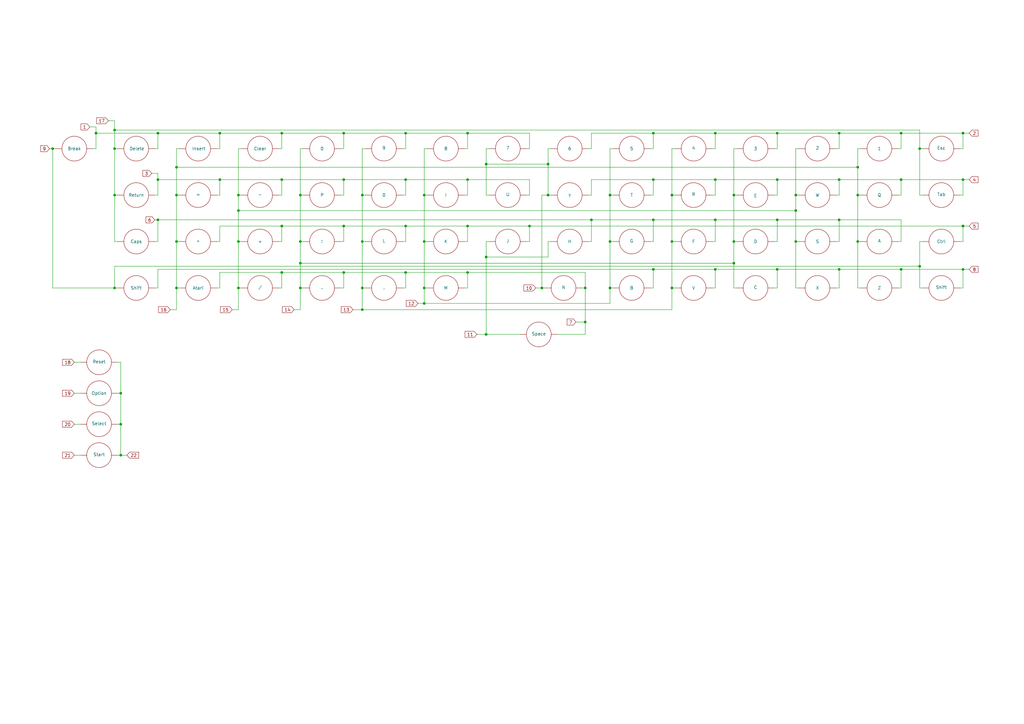
<source format=kicad_sch>
(kicad_sch
	(version 20231120)
	(generator "eeschema")
	(generator_version "8.0")
	(uuid "d24fcd17-a9e4-45f3-81ec-57276d632ae6")
	(paper "A3")
	(title_block
		(title "Atari 400 Keyboard Schematic")
		(date "2025-05-10")
		(rev "1.0")
		(company "Software & Computer Museum")
	)
	(lib_symbols
		(symbol "Atari 400:Key"
			(exclude_from_sim no)
			(in_bom yes)
			(on_board yes)
			(property "Reference" "K"
				(at 0 1.016 0)
				(effects
					(font
						(size 1.27 1.27)
					)
				)
			)
			(property "Value" ""
				(at 0 0 0)
				(effects
					(font
						(size 1.27 1.27)
					)
				)
			)
			(property "Footprint" ""
				(at 0 0 0)
				(effects
					(font
						(size 1.27 1.27)
					)
					(hide yes)
				)
			)
			(property "Datasheet" ""
				(at 0 0 0)
				(effects
					(font
						(size 1.27 1.27)
					)
					(hide yes)
				)
			)
			(property "Description" ""
				(at 0 0 0)
				(effects
					(font
						(size 1.27 1.27)
					)
					(hide yes)
				)
			)
			(symbol "Key_0_1"
				(circle
					(center 0 -5.08)
					(radius 5.08)
					(stroke
						(width 0)
						(type default)
					)
					(fill
						(type none)
					)
				)
			)
			(symbol "Key_1_1"
				(pin passive line
					(at -7.62 -5.08 0)
					(length 2.54)
					(name ""
						(effects
							(font
								(size 1.27 1.27)
							)
						)
					)
					(number ""
						(effects
							(font
								(size 1.27 1.27)
							)
						)
					)
				)
				(pin passive line
					(at 7.62 -5.08 180)
					(length 2.54)
					(name ""
						(effects
							(font
								(size 1.27 1.27)
							)
						)
					)
					(number ""
						(effects
							(font
								(size 1.27 1.27)
							)
						)
					)
				)
			)
		)
	)
	(junction
		(at 191.77 92.71)
		(diameter 0)
		(color 0 0 0 0)
		(uuid "00136ffb-ef11-4f84-8b74-500f59c13c2c")
	)
	(junction
		(at 123.19 99.06)
		(diameter 0)
		(color 0 0 0 0)
		(uuid "01c5a5e8-1bb9-46ca-9224-feef59a7b423")
	)
	(junction
		(at 293.37 110.49)
		(diameter 0)
		(color 0 0 0 0)
		(uuid "03737f5a-e9c1-41b3-8ace-7e110b5a33ab")
	)
	(junction
		(at 191.77 54.61)
		(diameter 0)
		(color 0 0 0 0)
		(uuid "0635b572-7307-4ee0-99da-f62527869e0d")
	)
	(junction
		(at 344.17 54.61)
		(diameter 0)
		(color 0 0 0 0)
		(uuid "08dd1f3d-8980-4023-854b-0d794370d97d")
	)
	(junction
		(at 318.77 90.17)
		(diameter 0)
		(color 0 0 0 0)
		(uuid "0938b1b8-95bf-4ace-b264-334a9c51d336")
	)
	(junction
		(at 115.57 73.66)
		(diameter 0)
		(color 0 0 0 0)
		(uuid "0a23d450-ce50-4e45-80b8-231eca96c6b1")
	)
	(junction
		(at 344.17 73.66)
		(diameter 0)
		(color 0 0 0 0)
		(uuid "0c1af42f-c40b-4f37-9468-75c5fa0331ec")
	)
	(junction
		(at 300.99 80.01)
		(diameter 0)
		(color 0 0 0 0)
		(uuid "0da2a0c9-b5fb-40c6-a767-577afa94330a")
	)
	(junction
		(at 46.99 60.96)
		(diameter 0)
		(color 0 0 0 0)
		(uuid "116b1dd6-d2f9-4190-9a2a-74f34560a1d3")
	)
	(junction
		(at 351.79 99.06)
		(diameter 0)
		(color 0 0 0 0)
		(uuid "130e4f37-6d5c-4ec7-bd40-e28acb069981")
	)
	(junction
		(at 97.79 86.36)
		(diameter 0)
		(color 0 0 0 0)
		(uuid "173eed33-b231-494f-add2-31810c770d1d")
	)
	(junction
		(at 267.97 54.61)
		(diameter 0)
		(color 0 0 0 0)
		(uuid "196a1f83-055d-4d05-b00d-ee5202d28519")
	)
	(junction
		(at 377.19 60.96)
		(diameter 0)
		(color 0 0 0 0)
		(uuid "19899cd6-f439-4b04-b79d-87376c8cd954")
	)
	(junction
		(at 90.17 73.66)
		(diameter 0)
		(color 0 0 0 0)
		(uuid "1d1e33ef-94f1-4020-856e-55d7a2bafaff")
	)
	(junction
		(at 318.77 73.66)
		(diameter 0)
		(color 0 0 0 0)
		(uuid "204b5381-0b07-4db7-a5f5-a89a0697f7d7")
	)
	(junction
		(at 72.39 80.01)
		(diameter 0)
		(color 0 0 0 0)
		(uuid "21aea328-b73d-4e81-94f6-09fe2449acd6")
	)
	(junction
		(at 199.39 67.31)
		(diameter 0)
		(color 0 0 0 0)
		(uuid "24c05289-36c7-4020-8985-4eee9f1295b8")
	)
	(junction
		(at 300.99 99.06)
		(diameter 0)
		(color 0 0 0 0)
		(uuid "2ab54a80-38f8-4a0a-b619-e73fce1165e8")
	)
	(junction
		(at 97.79 80.01)
		(diameter 0)
		(color 0 0 0 0)
		(uuid "2bf1d099-18e3-4e8d-a42f-fdcb80342568")
	)
	(junction
		(at 148.59 80.01)
		(diameter 0)
		(color 0 0 0 0)
		(uuid "2ef31e20-275f-4f7b-bd79-ad947ce4a6cf")
	)
	(junction
		(at 275.59 99.06)
		(diameter 0)
		(color 0 0 0 0)
		(uuid "34226a8d-63f3-4955-99c2-db113dc4047b")
	)
	(junction
		(at 351.79 80.01)
		(diameter 0)
		(color 0 0 0 0)
		(uuid "356e74a2-db82-43c7-b1cc-b7f9bc87521f")
	)
	(junction
		(at 49.53 173.99)
		(diameter 0)
		(color 0 0 0 0)
		(uuid "3699594a-6eb6-47af-93f1-ca83a993cc29")
	)
	(junction
		(at 173.99 118.11)
		(diameter 0)
		(color 0 0 0 0)
		(uuid "38e88ed4-548a-41af-89a3-81e85a5d0fae")
	)
	(junction
		(at 267.97 90.17)
		(diameter 0)
		(color 0 0 0 0)
		(uuid "3cf7cd93-89cd-4c94-87f3-fb4267a0906e")
	)
	(junction
		(at 250.19 118.11)
		(diameter 0)
		(color 0 0 0 0)
		(uuid "3e3edf2c-2c3e-4109-909c-b6d9a2836897")
	)
	(junction
		(at 173.99 124.46)
		(diameter 0)
		(color 0 0 0 0)
		(uuid "3e703b47-124f-4310-a645-c63a49eb10aa")
	)
	(junction
		(at 46.99 118.11)
		(diameter 0)
		(color 0 0 0 0)
		(uuid "4175d5b4-94f6-47cd-b5ab-d7aea0fa6097")
	)
	(junction
		(at 49.53 161.29)
		(diameter 0)
		(color 0 0 0 0)
		(uuid "4670dfa7-30df-43df-875e-a651a6707d50")
	)
	(junction
		(at 300.99 107.95)
		(diameter 0)
		(color 0 0 0 0)
		(uuid "48daaa9b-9590-4ce9-a16e-1da6973134c7")
	)
	(junction
		(at 326.39 80.01)
		(diameter 0)
		(color 0 0 0 0)
		(uuid "4ec2d1f6-47b3-48e3-8c02-bdbcb31b9082")
	)
	(junction
		(at 250.19 80.01)
		(diameter 0)
		(color 0 0 0 0)
		(uuid "564d6f8d-94d4-40e6-857c-da4d0bb88d40")
	)
	(junction
		(at 166.37 54.61)
		(diameter 0)
		(color 0 0 0 0)
		(uuid "58b41f04-feb4-474b-84f8-3de502e9fbbb")
	)
	(junction
		(at 72.39 118.11)
		(diameter 0)
		(color 0 0 0 0)
		(uuid "59b7a9ed-6fc0-4be3-ad28-6f2942ce49ad")
	)
	(junction
		(at 140.97 92.71)
		(diameter 0)
		(color 0 0 0 0)
		(uuid "5b1d25e3-e6e1-4f08-9fc7-ed5dc48fbd59")
	)
	(junction
		(at 97.79 99.06)
		(diameter 0)
		(color 0 0 0 0)
		(uuid "5f64a67d-a40f-4c0b-8e32-8c3972ce9463")
	)
	(junction
		(at 267.97 73.66)
		(diameter 0)
		(color 0 0 0 0)
		(uuid "60a6a4d4-4cd4-4459-83d6-66032936c72b")
	)
	(junction
		(at 318.77 110.49)
		(diameter 0)
		(color 0 0 0 0)
		(uuid "627557d0-8118-4947-9083-a19eea085002")
	)
	(junction
		(at 377.19 109.22)
		(diameter 0)
		(color 0 0 0 0)
		(uuid "6354d3b3-9a68-464b-8079-36b6b882cb68")
	)
	(junction
		(at 199.39 137.16)
		(diameter 0)
		(color 0 0 0 0)
		(uuid "6444f5bb-befe-4e57-a714-6b375d42a0b5")
	)
	(junction
		(at 148.59 127)
		(diameter 0)
		(color 0 0 0 0)
		(uuid "64488800-1dc5-4e95-82f0-38a276ab940f")
	)
	(junction
		(at 250.19 99.06)
		(diameter 0)
		(color 0 0 0 0)
		(uuid "6548a1b5-230b-4466-8583-a958e4ea6523")
	)
	(junction
		(at 166.37 73.66)
		(diameter 0)
		(color 0 0 0 0)
		(uuid "676d2282-6d17-4641-8bd6-6aa01dd2d7e9")
	)
	(junction
		(at 344.17 110.49)
		(diameter 0)
		(color 0 0 0 0)
		(uuid "686a342e-3157-4e79-8026-00d5bb1f07ac")
	)
	(junction
		(at 326.39 86.36)
		(diameter 0)
		(color 0 0 0 0)
		(uuid "722cd97c-49d8-4fc0-9edb-169f5d467e5d")
	)
	(junction
		(at 115.57 111.76)
		(diameter 0)
		(color 0 0 0 0)
		(uuid "724656e8-5c80-45ff-abd8-a677794cdece")
	)
	(junction
		(at 318.77 54.61)
		(diameter 0)
		(color 0 0 0 0)
		(uuid "781ab198-9d18-43c6-9056-c78aded0385a")
	)
	(junction
		(at 166.37 92.71)
		(diameter 0)
		(color 0 0 0 0)
		(uuid "799f5745-9802-48cd-b7d2-147f5ba7847a")
	)
	(junction
		(at 72.39 68.58)
		(diameter 0)
		(color 0 0 0 0)
		(uuid "7de9d626-3a93-47e3-858c-9daf716a1b18")
	)
	(junction
		(at 123.19 80.01)
		(diameter 0)
		(color 0 0 0 0)
		(uuid "7faad294-723b-447d-89df-53bfd9b08403")
	)
	(junction
		(at 394.97 110.49)
		(diameter 0)
		(color 0 0 0 0)
		(uuid "8196e01e-06fb-4a02-a79b-579cdd9bea78")
	)
	(junction
		(at 293.37 90.17)
		(diameter 0)
		(color 0 0 0 0)
		(uuid "8777b474-1743-475b-8b97-a88df5b500f8")
	)
	(junction
		(at 191.77 111.76)
		(diameter 0)
		(color 0 0 0 0)
		(uuid "89ee2323-553a-4753-9996-c5fa0e1d22db")
	)
	(junction
		(at 275.59 118.11)
		(diameter 0)
		(color 0 0 0 0)
		(uuid "8a72bd6d-bdd4-4af0-af98-76aedac6f7af")
	)
	(junction
		(at 222.25 118.11)
		(diameter 0)
		(color 0 0 0 0)
		(uuid "90b32f96-4b1e-4707-956b-6e199da275c4")
	)
	(junction
		(at 369.57 54.61)
		(diameter 0)
		(color 0 0 0 0)
		(uuid "91dda8c0-7b9b-4e28-9ea8-b8e94b284d46")
	)
	(junction
		(at 64.77 73.66)
		(diameter 0)
		(color 0 0 0 0)
		(uuid "93460f12-b7d7-48f4-97c2-3271b1a2fbfa")
	)
	(junction
		(at 224.79 80.01)
		(diameter 0)
		(color 0 0 0 0)
		(uuid "960ed588-af11-4434-9c35-5e06af8e7895")
	)
	(junction
		(at 242.57 90.17)
		(diameter 0)
		(color 0 0 0 0)
		(uuid "9733ad7d-f864-4b4f-9ad0-bd30534ad0a9")
	)
	(junction
		(at 123.19 107.95)
		(diameter 0)
		(color 0 0 0 0)
		(uuid "992b77bf-92a3-44f5-9125-5712862fa2db")
	)
	(junction
		(at 140.97 111.76)
		(diameter 0)
		(color 0 0 0 0)
		(uuid "9cc86c67-d52d-4cbf-87ad-aecb88c6df58")
	)
	(junction
		(at 123.19 118.11)
		(diameter 0)
		(color 0 0 0 0)
		(uuid "9d0b3ae5-b8f6-494c-8931-95018502c508")
	)
	(junction
		(at 224.79 67.31)
		(diameter 0)
		(color 0 0 0 0)
		(uuid "9eec398f-a85f-4517-be52-5cafd3044f79")
	)
	(junction
		(at 240.03 118.11)
		(diameter 0)
		(color 0 0 0 0)
		(uuid "9fc39510-5a94-4cb1-a833-d306bbadbaac")
	)
	(junction
		(at 173.99 99.06)
		(diameter 0)
		(color 0 0 0 0)
		(uuid "a3d91ae9-b76d-4dba-8edb-1b140b45f997")
	)
	(junction
		(at 369.57 73.66)
		(diameter 0)
		(color 0 0 0 0)
		(uuid "a4214f70-af08-4b2a-9a26-86e6c8676cc2")
	)
	(junction
		(at 90.17 54.61)
		(diameter 0)
		(color 0 0 0 0)
		(uuid "a44808f9-eacf-4738-bc8c-8d4b78bb3d64")
	)
	(junction
		(at 173.99 80.01)
		(diameter 0)
		(color 0 0 0 0)
		(uuid "a557e0ec-cbd1-4456-a063-2104ff89de5a")
	)
	(junction
		(at 394.97 92.71)
		(diameter 0)
		(color 0 0 0 0)
		(uuid "a6812c53-cdaa-4e8b-99cc-c9c7502de321")
	)
	(junction
		(at 148.59 99.06)
		(diameter 0)
		(color 0 0 0 0)
		(uuid "a9e385b3-6fae-4da4-8f31-ff4099514309")
	)
	(junction
		(at 199.39 105.41)
		(diameter 0)
		(color 0 0 0 0)
		(uuid "adf45b8e-9c92-49e0-9b8d-1df0d4376317")
	)
	(junction
		(at 72.39 99.06)
		(diameter 0)
		(color 0 0 0 0)
		(uuid "b150e37c-9b7f-4c73-b6fa-a8ef66c7f813")
	)
	(junction
		(at 46.99 53.34)
		(diameter 0)
		(color 0 0 0 0)
		(uuid "b15fb729-f112-4ca2-ab87-ca82a2f2d4cc")
	)
	(junction
		(at 140.97 73.66)
		(diameter 0)
		(color 0 0 0 0)
		(uuid "b54be065-944c-4ded-8363-c3f0bf4c7867")
	)
	(junction
		(at 293.37 73.66)
		(diameter 0)
		(color 0 0 0 0)
		(uuid "b5e6092a-deb9-44f5-bf6a-6a1dee5e3eeb")
	)
	(junction
		(at 115.57 54.61)
		(diameter 0)
		(color 0 0 0 0)
		(uuid "b7378716-a3dd-4c60-afda-639f9faa905d")
	)
	(junction
		(at 21.59 60.96)
		(diameter 0)
		(color 0 0 0 0)
		(uuid "bb889d83-ecde-4574-b00d-d6161d88e0ca")
	)
	(junction
		(at 64.77 54.61)
		(diameter 0)
		(color 0 0 0 0)
		(uuid "c031f12f-31cd-433b-8f0c-be74a62be01e")
	)
	(junction
		(at 97.79 118.11)
		(diameter 0)
		(color 0 0 0 0)
		(uuid "c12feeb5-f0d9-40b5-bbcb-b5b892e7a353")
	)
	(junction
		(at 148.59 118.11)
		(diameter 0)
		(color 0 0 0 0)
		(uuid "c2b48c00-4ef7-4c8d-80e0-0709e50a425f")
	)
	(junction
		(at 293.37 54.61)
		(diameter 0)
		(color 0 0 0 0)
		(uuid "c3aa9731-c3e9-4d5e-8ddc-7d9d5d171046")
	)
	(junction
		(at 267.97 110.49)
		(diameter 0)
		(color 0 0 0 0)
		(uuid "c713843c-1073-40cf-bebb-981974e7b4d7")
	)
	(junction
		(at 140.97 54.61)
		(diameter 0)
		(color 0 0 0 0)
		(uuid "c8b73c99-bfab-4cc2-a52c-48d083bbdfde")
	)
	(junction
		(at 115.57 92.71)
		(diameter 0)
		(color 0 0 0 0)
		(uuid "c9eaa3f3-de00-4b27-97c2-66fa8f5323c6")
	)
	(junction
		(at 166.37 111.76)
		(diameter 0)
		(color 0 0 0 0)
		(uuid "cb7ebd1c-81da-4c5a-ad1f-6552c5cf9458")
	)
	(junction
		(at 275.59 80.01)
		(diameter 0)
		(color 0 0 0 0)
		(uuid "ce949b3e-d39f-43f3-bde2-8c62d33e9db3")
	)
	(junction
		(at 240.03 132.08)
		(diameter 0)
		(color 0 0 0 0)
		(uuid "d0fb425b-7425-470f-81d6-b12be075a056")
	)
	(junction
		(at 326.39 99.06)
		(diameter 0)
		(color 0 0 0 0)
		(uuid "d1eeda27-2936-493b-b5ff-7348ccf4ea5f")
	)
	(junction
		(at 369.57 110.49)
		(diameter 0)
		(color 0 0 0 0)
		(uuid "da1d96c2-3975-4c27-a8f2-c6b934a76e80")
	)
	(junction
		(at 49.53 186.69)
		(diameter 0)
		(color 0 0 0 0)
		(uuid "dc7be76f-1ca9-4f10-9d06-999ac677d108")
	)
	(junction
		(at 394.97 54.61)
		(diameter 0)
		(color 0 0 0 0)
		(uuid "dd58f789-d55b-44b0-b749-8f768044e2d9")
	)
	(junction
		(at 344.17 90.17)
		(diameter 0)
		(color 0 0 0 0)
		(uuid "dead41d5-2341-453e-815b-41742870f26a")
	)
	(junction
		(at 217.17 92.71)
		(diameter 0)
		(color 0 0 0 0)
		(uuid "df56ccb3-e748-464e-bb35-87e48afb81ad")
	)
	(junction
		(at 394.97 73.66)
		(diameter 0)
		(color 0 0 0 0)
		(uuid "e3e5fc53-e4b4-4c48-a9e8-cf217845f9d4")
	)
	(junction
		(at 46.99 80.01)
		(diameter 0)
		(color 0 0 0 0)
		(uuid "ebf44ef6-f29f-404f-83f8-18ce0f05acd1")
	)
	(junction
		(at 64.77 90.17)
		(diameter 0)
		(color 0 0 0 0)
		(uuid "efd6c4d7-eab6-42dc-9567-a298006d52ec")
	)
	(junction
		(at 39.37 54.61)
		(diameter 0)
		(color 0 0 0 0)
		(uuid "f485af83-9fd9-4ed6-a919-99d95a074746")
	)
	(junction
		(at 351.79 68.58)
		(diameter 0)
		(color 0 0 0 0)
		(uuid "f6a5061f-7a41-4dc4-af8f-52903f176034")
	)
	(junction
		(at 191.77 73.66)
		(diameter 0)
		(color 0 0 0 0)
		(uuid "ff80c009-1ce7-4c4a-b183-8e2ea7ead9d1")
	)
	(wire
		(pts
			(xy 222.25 118.11) (xy 222.25 80.01)
		)
		(stroke
			(width 0)
			(type default)
		)
		(uuid "011701b6-f19b-4590-b33c-3232b036b9a3")
	)
	(wire
		(pts
			(xy 300.99 60.96) (xy 302.26 60.96)
		)
		(stroke
			(width 0)
			(type default)
		)
		(uuid "016a23dd-15fc-4899-a87a-3438457bc7b9")
	)
	(wire
		(pts
			(xy 242.57 54.61) (xy 267.97 54.61)
		)
		(stroke
			(width 0)
			(type default)
		)
		(uuid "01fe68c3-51c8-42e9-9f48-e52c1a1e64aa")
	)
	(wire
		(pts
			(xy 250.19 99.06) (xy 250.19 118.11)
		)
		(stroke
			(width 0)
			(type default)
		)
		(uuid "0332dd74-9bd3-4f79-8c8f-401d6deb4392")
	)
	(wire
		(pts
			(xy 114.3 80.01) (xy 115.57 80.01)
		)
		(stroke
			(width 0)
			(type default)
		)
		(uuid "05b75769-808a-41a2-8ee6-fcfa3f457ae4")
	)
	(wire
		(pts
			(xy 173.99 80.01) (xy 173.99 99.06)
		)
		(stroke
			(width 0)
			(type default)
		)
		(uuid "0650fe32-1a09-4114-ab35-5b89b0cca47f")
	)
	(wire
		(pts
			(xy 199.39 99.06) (xy 199.39 105.41)
		)
		(stroke
			(width 0)
			(type default)
		)
		(uuid "0652abfe-d35b-4647-b7db-1de9c865e1eb")
	)
	(wire
		(pts
			(xy 317.5 60.96) (xy 318.77 60.96)
		)
		(stroke
			(width 0)
			(type default)
		)
		(uuid "072106e6-249d-44b1-a626-3fd63a5f97a7")
	)
	(wire
		(pts
			(xy 88.9 99.06) (xy 90.17 99.06)
		)
		(stroke
			(width 0)
			(type default)
		)
		(uuid "07306b9d-fd5b-4ba1-8663-b81cd277d7dc")
	)
	(wire
		(pts
			(xy 115.57 118.11) (xy 115.57 111.76)
		)
		(stroke
			(width 0)
			(type default)
		)
		(uuid "076f6fa0-c341-4fbd-85f9-55c51790876c")
	)
	(wire
		(pts
			(xy 64.77 54.61) (xy 39.37 54.61)
		)
		(stroke
			(width 0)
			(type default)
		)
		(uuid "08b35d8f-ce04-48d6-b500-20402dd09eef")
	)
	(wire
		(pts
			(xy 267.97 99.06) (xy 267.97 90.17)
		)
		(stroke
			(width 0)
			(type default)
		)
		(uuid "08c7e877-3c35-41b8-a877-4e3447441e1b")
	)
	(wire
		(pts
			(xy 46.99 60.96) (xy 46.99 80.01)
		)
		(stroke
			(width 0)
			(type default)
		)
		(uuid "096e2183-0b7f-4191-8ffd-0e8da39143b4")
	)
	(wire
		(pts
			(xy 275.59 80.01) (xy 276.86 80.01)
		)
		(stroke
			(width 0)
			(type default)
		)
		(uuid "0a55d8ee-ff3e-4397-bd51-dd25d95531e8")
	)
	(wire
		(pts
			(xy 195.58 137.16) (xy 199.39 137.16)
		)
		(stroke
			(width 0)
			(type default)
		)
		(uuid "0afc1c07-f44f-4b7f-8428-529f6f086be0")
	)
	(wire
		(pts
			(xy 394.97 92.71) (xy 397.51 92.71)
		)
		(stroke
			(width 0)
			(type default)
		)
		(uuid "0b75941c-354c-4577-99ad-beb5d0a98dc0")
	)
	(wire
		(pts
			(xy 318.77 60.96) (xy 318.77 54.61)
		)
		(stroke
			(width 0)
			(type default)
		)
		(uuid "0c38d225-f58e-4211-9d03-4cd2e04955a5")
	)
	(wire
		(pts
			(xy 139.7 80.01) (xy 140.97 80.01)
		)
		(stroke
			(width 0)
			(type default)
		)
		(uuid "0e1e09bd-1d82-4acd-88a3-764540df7cfd")
	)
	(wire
		(pts
			(xy 191.77 92.71) (xy 217.17 92.71)
		)
		(stroke
			(width 0)
			(type default)
		)
		(uuid "0e710628-ae16-4b74-a5f6-26856c439ddc")
	)
	(wire
		(pts
			(xy 21.59 60.96) (xy 22.86 60.96)
		)
		(stroke
			(width 0)
			(type default)
		)
		(uuid "0efbb7c8-9817-4381-bbda-5e5561275cc2")
	)
	(wire
		(pts
			(xy 351.79 68.58) (xy 351.79 60.96)
		)
		(stroke
			(width 0)
			(type default)
		)
		(uuid "11609ff2-3618-4753-8c6d-bed23fe61d5f")
	)
	(wire
		(pts
			(xy 123.19 60.96) (xy 123.19 80.01)
		)
		(stroke
			(width 0)
			(type default)
		)
		(uuid "11a8a672-83ac-43d0-8b59-ac2d6e5fd514")
	)
	(wire
		(pts
			(xy 90.17 118.11) (xy 90.17 111.76)
		)
		(stroke
			(width 0)
			(type default)
		)
		(uuid "1247c2c3-db2a-45a7-9480-a4d43547bf33")
	)
	(wire
		(pts
			(xy 351.79 118.11) (xy 351.79 99.06)
		)
		(stroke
			(width 0)
			(type default)
		)
		(uuid "14e7f95e-6033-404c-8f8a-07214f6475c7")
	)
	(wire
		(pts
			(xy 166.37 118.11) (xy 166.37 111.76)
		)
		(stroke
			(width 0)
			(type default)
		)
		(uuid "1572144f-3154-4639-aa28-5cfb7032c82b")
	)
	(wire
		(pts
			(xy 226.06 80.01) (xy 224.79 80.01)
		)
		(stroke
			(width 0)
			(type default)
		)
		(uuid "162ce108-f01a-41fe-875d-62b852e6a04b")
	)
	(wire
		(pts
			(xy 267.97 118.11) (xy 266.7 118.11)
		)
		(stroke
			(width 0)
			(type default)
		)
		(uuid "172170bf-aac8-45bb-b581-6d9cf4757e6a")
	)
	(wire
		(pts
			(xy 166.37 92.71) (xy 191.77 92.71)
		)
		(stroke
			(width 0)
			(type default)
		)
		(uuid "178f61a0-84d9-403c-87d6-db4bd2d2c618")
	)
	(wire
		(pts
			(xy 46.99 49.53) (xy 46.99 53.34)
		)
		(stroke
			(width 0)
			(type default)
		)
		(uuid "17e7421f-6256-44ed-b1f7-bd01692aff99")
	)
	(wire
		(pts
			(xy 48.26 60.96) (xy 46.99 60.96)
		)
		(stroke
			(width 0)
			(type default)
		)
		(uuid "1952d776-bd64-4b9e-ae07-f925a25bb707")
	)
	(wire
		(pts
			(xy 48.26 99.06) (xy 46.99 99.06)
		)
		(stroke
			(width 0)
			(type default)
		)
		(uuid "1a067523-6622-4689-bb31-d667a3e6b78a")
	)
	(wire
		(pts
			(xy 293.37 90.17) (xy 318.77 90.17)
		)
		(stroke
			(width 0)
			(type default)
		)
		(uuid "1afca744-16df-4827-8e6a-986b7b600cf6")
	)
	(wire
		(pts
			(xy 377.19 118.11) (xy 377.19 109.22)
		)
		(stroke
			(width 0)
			(type default)
		)
		(uuid "1bcebe9a-c98e-4371-9acb-92d4cb4db835")
	)
	(wire
		(pts
			(xy 394.97 110.49) (xy 394.97 118.11)
		)
		(stroke
			(width 0)
			(type default)
		)
		(uuid "1cea213e-e9dc-4049-a3d3-2199532a0a1a")
	)
	(wire
		(pts
			(xy 171.45 124.46) (xy 173.99 124.46)
		)
		(stroke
			(width 0)
			(type default)
		)
		(uuid "1f563036-a26a-4d54-b97d-5f8a8f96de14")
	)
	(wire
		(pts
			(xy 48.26 161.29) (xy 49.53 161.29)
		)
		(stroke
			(width 0)
			(type default)
		)
		(uuid "209b0b64-5e72-40e4-80d1-d3a6b71f9cb3")
	)
	(wire
		(pts
			(xy 318.77 73.66) (xy 344.17 73.66)
		)
		(stroke
			(width 0)
			(type default)
		)
		(uuid "2614bfef-b429-43ac-94bc-d65e9c3fff52")
	)
	(wire
		(pts
			(xy 242.57 90.17) (xy 267.97 90.17)
		)
		(stroke
			(width 0)
			(type default)
		)
		(uuid "26fe207d-2190-40e1-9765-e3af8ba17486")
	)
	(wire
		(pts
			(xy 115.57 80.01) (xy 115.57 73.66)
		)
		(stroke
			(width 0)
			(type default)
		)
		(uuid "270c29af-943f-41dc-9aa2-fa4b6db72960")
	)
	(wire
		(pts
			(xy 240.03 132.08) (xy 240.03 118.11)
		)
		(stroke
			(width 0)
			(type default)
		)
		(uuid "2731efea-c709-411d-9c98-b19eb36400cb")
	)
	(wire
		(pts
			(xy 39.37 60.96) (xy 38.1 60.96)
		)
		(stroke
			(width 0)
			(type default)
		)
		(uuid "281a4a3d-5dae-4659-8cc3-272183bcb7c3")
	)
	(wire
		(pts
			(xy 115.57 92.71) (xy 140.97 92.71)
		)
		(stroke
			(width 0)
			(type default)
		)
		(uuid "286a8608-ce2a-4889-909b-52d8048483af")
	)
	(wire
		(pts
			(xy 300.99 99.06) (xy 302.26 99.06)
		)
		(stroke
			(width 0)
			(type default)
		)
		(uuid "2870ef43-ff43-4a0c-b059-b3ab27b3d2ea")
	)
	(wire
		(pts
			(xy 166.37 99.06) (xy 166.37 92.71)
		)
		(stroke
			(width 0)
			(type default)
		)
		(uuid "28ff4860-be77-43d1-a867-89c3a8c56961")
	)
	(wire
		(pts
			(xy 62.23 71.12) (xy 64.77 71.12)
		)
		(stroke
			(width 0)
			(type default)
		)
		(uuid "2a423170-0996-44f5-92cd-4d068a8c8a1e")
	)
	(wire
		(pts
			(xy 217.17 54.61) (xy 217.17 60.96)
		)
		(stroke
			(width 0)
			(type default)
		)
		(uuid "2a7833bf-8429-4db7-bd7f-9c98bb9787e9")
	)
	(wire
		(pts
			(xy 173.99 99.06) (xy 175.26 99.06)
		)
		(stroke
			(width 0)
			(type default)
		)
		(uuid "2accf5f0-377c-4367-bad8-bdc97db28350")
	)
	(wire
		(pts
			(xy 148.59 80.01) (xy 148.59 99.06)
		)
		(stroke
			(width 0)
			(type default)
		)
		(uuid "2bd930e8-2793-4678-9c58-6da7bf8c10ee")
	)
	(wire
		(pts
			(xy 213.36 137.16) (xy 199.39 137.16)
		)
		(stroke
			(width 0)
			(type default)
		)
		(uuid "2c9d8a7d-6e9f-4c07-bd7f-7a6aac1f57c2")
	)
	(wire
		(pts
			(xy 90.17 73.66) (xy 90.17 80.01)
		)
		(stroke
			(width 0)
			(type default)
		)
		(uuid "2d976130-18a4-4b36-b69c-b51215621749")
	)
	(wire
		(pts
			(xy 140.97 54.61) (xy 166.37 54.61)
		)
		(stroke
			(width 0)
			(type default)
		)
		(uuid "2f2f40cd-ca7a-4c55-990c-9b9831c9d5f2")
	)
	(wire
		(pts
			(xy 166.37 60.96) (xy 166.37 54.61)
		)
		(stroke
			(width 0)
			(type default)
		)
		(uuid "2f4262b1-7330-4579-9cee-68cd559783f7")
	)
	(wire
		(pts
			(xy 275.59 99.06) (xy 276.86 99.06)
		)
		(stroke
			(width 0)
			(type default)
		)
		(uuid "2ffd6f33-955c-4d48-8274-ff1631e2c61e")
	)
	(wire
		(pts
			(xy 114.3 118.11) (xy 115.57 118.11)
		)
		(stroke
			(width 0)
			(type default)
		)
		(uuid "305aa1e2-1cb1-48a5-a48a-6c87fb45b65e")
	)
	(wire
		(pts
			(xy 63.5 99.06) (xy 64.77 99.06)
		)
		(stroke
			(width 0)
			(type default)
		)
		(uuid "30de8988-766a-40ba-92f1-c834ee817645")
	)
	(wire
		(pts
			(xy 49.53 186.69) (xy 52.07 186.69)
		)
		(stroke
			(width 0)
			(type default)
		)
		(uuid "31765ed7-cbe7-46a4-adfa-ed8c87bd590c")
	)
	(wire
		(pts
			(xy 48.26 118.11) (xy 46.99 118.11)
		)
		(stroke
			(width 0)
			(type default)
		)
		(uuid "32b2ca26-367e-4d0e-a695-ad3067085142")
	)
	(wire
		(pts
			(xy 72.39 80.01) (xy 73.66 80.01)
		)
		(stroke
			(width 0)
			(type default)
		)
		(uuid "32bb18d0-29f4-44f1-b924-803ca1c55b0e")
	)
	(wire
		(pts
			(xy 88.9 80.01) (xy 90.17 80.01)
		)
		(stroke
			(width 0)
			(type default)
		)
		(uuid "3338fec9-827c-494b-8bab-8326dd4dc3f7")
	)
	(wire
		(pts
			(xy 250.19 80.01) (xy 250.19 99.06)
		)
		(stroke
			(width 0)
			(type default)
		)
		(uuid "334c728e-9f5b-4d19-9b27-7a8f455a7280")
	)
	(wire
		(pts
			(xy 318.77 54.61) (xy 344.17 54.61)
		)
		(stroke
			(width 0)
			(type default)
		)
		(uuid "3455f0bf-8146-4d75-b6b2-1d4a1dba2332")
	)
	(wire
		(pts
			(xy 148.59 118.11) (xy 148.59 127)
		)
		(stroke
			(width 0)
			(type default)
		)
		(uuid "3601c9f4-d62b-4aea-a4ff-e34bc324c7b0")
	)
	(wire
		(pts
			(xy 394.97 54.61) (xy 394.97 60.96)
		)
		(stroke
			(width 0)
			(type default)
		)
		(uuid "366f94b0-5ba1-4c14-996d-0551882572de")
	)
	(wire
		(pts
			(xy 140.97 92.71) (xy 166.37 92.71)
		)
		(stroke
			(width 0)
			(type default)
		)
		(uuid "36e2c291-79c3-4617-9aef-6f7fb78c9bb1")
	)
	(wire
		(pts
			(xy 353.06 118.11) (xy 351.79 118.11)
		)
		(stroke
			(width 0)
			(type default)
		)
		(uuid "3b0ce881-1772-4c11-b779-6cfafe0b745d")
	)
	(wire
		(pts
			(xy 49.53 186.69) (xy 48.26 186.69)
		)
		(stroke
			(width 0)
			(type default)
		)
		(uuid "3e26c418-5b3c-40f9-a27a-49359d399184")
	)
	(wire
		(pts
			(xy 226.06 60.96) (xy 224.79 60.96)
		)
		(stroke
			(width 0)
			(type default)
		)
		(uuid "3e6972e2-dc29-4b46-8243-5fc430665f86")
	)
	(wire
		(pts
			(xy 293.37 110.49) (xy 318.77 110.49)
		)
		(stroke
			(width 0)
			(type default)
		)
		(uuid "3efc00a7-8110-40d1-8e5c-1bb8b8df627c")
	)
	(wire
		(pts
			(xy 97.79 80.01) (xy 97.79 86.36)
		)
		(stroke
			(width 0)
			(type default)
		)
		(uuid "3f03d511-4ddb-43d5-82ad-eac8fd202096")
	)
	(wire
		(pts
			(xy 317.5 80.01) (xy 318.77 80.01)
		)
		(stroke
			(width 0)
			(type default)
		)
		(uuid "3f0e1ce2-5062-4dd6-ad59-a86c09297870")
	)
	(wire
		(pts
			(xy 63.5 118.11) (xy 64.77 118.11)
		)
		(stroke
			(width 0)
			(type default)
		)
		(uuid "3f5a1878-09da-4332-89e2-466289deb8fc")
	)
	(wire
		(pts
			(xy 326.39 118.11) (xy 326.39 99.06)
		)
		(stroke
			(width 0)
			(type default)
		)
		(uuid "40d6ca07-75d6-46b7-8c63-99add3c3ac85")
	)
	(wire
		(pts
			(xy 149.86 60.96) (xy 148.59 60.96)
		)
		(stroke
			(width 0)
			(type default)
		)
		(uuid "40fa35c2-46f9-4cb2-ba41-e2c29aade4a0")
	)
	(wire
		(pts
			(xy 173.99 80.01) (xy 175.26 80.01)
		)
		(stroke
			(width 0)
			(type default)
		)
		(uuid "418cc04d-9e7d-41d1-b603-af8c10528d2d")
	)
	(wire
		(pts
			(xy 115.57 73.66) (xy 140.97 73.66)
		)
		(stroke
			(width 0)
			(type default)
		)
		(uuid "42512f2c-8cde-40f2-8439-7e18919d3d23")
	)
	(wire
		(pts
			(xy 241.3 60.96) (xy 242.57 60.96)
		)
		(stroke
			(width 0)
			(type default)
		)
		(uuid "4324a37f-ee67-40a3-87d0-96abfb3c3215")
	)
	(wire
		(pts
			(xy 148.59 118.11) (xy 149.86 118.11)
		)
		(stroke
			(width 0)
			(type default)
		)
		(uuid "4509c291-97f9-4384-a756-0869122b7416")
	)
	(wire
		(pts
			(xy 39.37 52.07) (xy 39.37 54.61)
		)
		(stroke
			(width 0)
			(type default)
		)
		(uuid "4513b43a-388b-4b53-a4e1-2765d17b02e3")
	)
	(wire
		(pts
			(xy 342.9 60.96) (xy 344.17 60.96)
		)
		(stroke
			(width 0)
			(type default)
		)
		(uuid "45c3c5b4-f2de-41c0-876d-d0d4e0f3a962")
	)
	(wire
		(pts
			(xy 242.57 99.06) (xy 242.57 90.17)
		)
		(stroke
			(width 0)
			(type default)
		)
		(uuid "477fc595-f17a-467b-a42e-9583d3010342")
	)
	(wire
		(pts
			(xy 317.5 118.11) (xy 318.77 118.11)
		)
		(stroke
			(width 0)
			(type default)
		)
		(uuid "4796d4dc-1873-4594-966b-b132d75127df")
	)
	(wire
		(pts
			(xy 326.39 80.01) (xy 326.39 60.96)
		)
		(stroke
			(width 0)
			(type default)
		)
		(uuid "47fc3487-ff60-4fa6-b6bc-8152a1f53ce7")
	)
	(wire
		(pts
			(xy 342.9 80.01) (xy 344.17 80.01)
		)
		(stroke
			(width 0)
			(type default)
		)
		(uuid "4892ae96-ea78-470e-9688-7f4eabf3836c")
	)
	(wire
		(pts
			(xy 191.77 111.76) (xy 240.03 111.76)
		)
		(stroke
			(width 0)
			(type default)
		)
		(uuid "4a284c3c-f3ea-4bc8-8f63-7cdda5eb5afb")
	)
	(wire
		(pts
			(xy 115.57 54.61) (xy 90.17 54.61)
		)
		(stroke
			(width 0)
			(type default)
		)
		(uuid "4b15d248-aa78-46f1-9e72-bd2dfe748a14")
	)
	(wire
		(pts
			(xy 242.57 73.66) (xy 267.97 73.66)
		)
		(stroke
			(width 0)
			(type default)
		)
		(uuid "4c0a7cff-820b-4e78-a8cc-c1de18ed9503")
	)
	(wire
		(pts
			(xy 275.59 60.96) (xy 275.59 80.01)
		)
		(stroke
			(width 0)
			(type default)
		)
		(uuid "4d96d07c-132c-4c15-aaee-286ac55d0369")
	)
	(wire
		(pts
			(xy 97.79 99.06) (xy 97.79 118.11)
		)
		(stroke
			(width 0)
			(type default)
		)
		(uuid "4e4d74b0-c66c-40b4-a982-9ae4d4312e21")
	)
	(wire
		(pts
			(xy 97.79 86.36) (xy 97.79 99.06)
		)
		(stroke
			(width 0)
			(type default)
		)
		(uuid "4f8d6a36-e92e-41f0-9698-cf10895f8eb8")
	)
	(wire
		(pts
			(xy 300.99 80.01) (xy 300.99 60.96)
		)
		(stroke
			(width 0)
			(type default)
		)
		(uuid "4fe606e4-ada1-448f-befc-8f976050e79e")
	)
	(wire
		(pts
			(xy 190.5 80.01) (xy 191.77 80.01)
		)
		(stroke
			(width 0)
			(type default)
		)
		(uuid "506ae362-b470-43e3-a1b1-9c2b6dcfcda7")
	)
	(wire
		(pts
			(xy 64.77 60.96) (xy 64.77 54.61)
		)
		(stroke
			(width 0)
			(type default)
		)
		(uuid "50e91766-f4e6-4c5f-a671-a7db0b647158")
	)
	(wire
		(pts
			(xy 351.79 99.06) (xy 353.06 99.06)
		)
		(stroke
			(width 0)
			(type default)
		)
		(uuid "51e734a3-ac7b-4058-9f49-c921b59fb176")
	)
	(wire
		(pts
			(xy 191.77 73.66) (xy 217.17 73.66)
		)
		(stroke
			(width 0)
			(type default)
		)
		(uuid "52128222-e46c-4ca5-bb00-bdf515db599b")
	)
	(wire
		(pts
			(xy 46.99 53.34) (xy 377.19 53.34)
		)
		(stroke
			(width 0)
			(type default)
		)
		(uuid "54f91c10-628e-4690-a1a5-6e8f076b6988")
	)
	(wire
		(pts
			(xy 72.39 99.06) (xy 72.39 118.11)
		)
		(stroke
			(width 0)
			(type default)
		)
		(uuid "55ddd3e0-e689-4ec7-8c1e-32ccd507a85f")
	)
	(wire
		(pts
			(xy 48.26 173.99) (xy 49.53 173.99)
		)
		(stroke
			(width 0)
			(type default)
		)
		(uuid "55de81de-72e1-4ada-9092-1d27e3894ca5")
	)
	(wire
		(pts
			(xy 148.59 80.01) (xy 149.86 80.01)
		)
		(stroke
			(width 0)
			(type default)
		)
		(uuid "55e0f6f9-8f16-4e92-839b-2534d36888a6")
	)
	(wire
		(pts
			(xy 123.19 118.11) (xy 124.46 118.11)
		)
		(stroke
			(width 0)
			(type default)
		)
		(uuid "55fed6e5-0c65-4b21-828b-327ed9b094a4")
	)
	(wire
		(pts
			(xy 173.99 60.96) (xy 173.99 80.01)
		)
		(stroke
			(width 0)
			(type default)
		)
		(uuid "56418c72-1582-4295-a6de-1f09cc302e82")
	)
	(wire
		(pts
			(xy 267.97 90.17) (xy 293.37 90.17)
		)
		(stroke
			(width 0)
			(type default)
		)
		(uuid "5681630a-6823-46f8-a3e9-c4c6ac3c6405")
	)
	(wire
		(pts
			(xy 64.77 80.01) (xy 64.77 73.66)
		)
		(stroke
			(width 0)
			(type default)
		)
		(uuid "56a852a8-4583-4d6b-af57-e5f0507093f5")
	)
	(wire
		(pts
			(xy 293.37 99.06) (xy 293.37 90.17)
		)
		(stroke
			(width 0)
			(type default)
		)
		(uuid "5852ad54-6f4e-4120-b0a1-ded13892ac00")
	)
	(wire
		(pts
			(xy 72.39 60.96) (xy 72.39 68.58)
		)
		(stroke
			(width 0)
			(type default)
		)
		(uuid "5870abc8-8a56-4f5d-898e-4c914d24deae")
	)
	(wire
		(pts
			(xy 378.46 80.01) (xy 377.19 80.01)
		)
		(stroke
			(width 0)
			(type default)
		)
		(uuid "58dde0c4-c6d3-45a8-9fdf-f4b0da3c7e03")
	)
	(wire
		(pts
			(xy 191.77 80.01) (xy 191.77 73.66)
		)
		(stroke
			(width 0)
			(type default)
		)
		(uuid "591c68b4-d92b-4e03-a3d9-2fbbbcbf1563")
	)
	(wire
		(pts
			(xy 293.37 54.61) (xy 318.77 54.61)
		)
		(stroke
			(width 0)
			(type default)
		)
		(uuid "59ce6daa-b30e-404d-b1ab-4d5137ae7ff5")
	)
	(wire
		(pts
			(xy 368.3 60.96) (xy 369.57 60.96)
		)
		(stroke
			(width 0)
			(type default)
		)
		(uuid "5cd59eaa-d66c-43bd-b6c7-199020defed9")
	)
	(wire
		(pts
			(xy 49.53 173.99) (xy 49.53 186.69)
		)
		(stroke
			(width 0)
			(type default)
		)
		(uuid "5d1f0ab4-4b62-48d2-bd32-3074d6955b24")
	)
	(wire
		(pts
			(xy 223.52 118.11) (xy 222.25 118.11)
		)
		(stroke
			(width 0)
			(type default)
		)
		(uuid "5d673343-2e5a-4d82-b731-ade0487085d9")
	)
	(wire
		(pts
			(xy 175.26 60.96) (xy 173.99 60.96)
		)
		(stroke
			(width 0)
			(type default)
		)
		(uuid "5d94b5e7-7f0f-4cb9-a29e-b1313833723a")
	)
	(wire
		(pts
			(xy 344.17 110.49) (xy 369.57 110.49)
		)
		(stroke
			(width 0)
			(type default)
		)
		(uuid "5e4b02c2-93f9-4d26-87ec-db753d1ce861")
	)
	(wire
		(pts
			(xy 369.57 118.11) (xy 369.57 110.49)
		)
		(stroke
			(width 0)
			(type default)
		)
		(uuid "5e583b05-08ed-40a9-b0b9-8698ed4acbdc")
	)
	(wire
		(pts
			(xy 300.99 99.06) (xy 300.99 80.01)
		)
		(stroke
			(width 0)
			(type default)
		)
		(uuid "5e5b5215-5ddc-4519-920d-80df8a19fae8")
	)
	(wire
		(pts
			(xy 97.79 60.96) (xy 97.79 80.01)
		)
		(stroke
			(width 0)
			(type default)
		)
		(uuid "5e81f8d6-b142-443d-851e-86092e4c6540")
	)
	(wire
		(pts
			(xy 140.97 99.06) (xy 140.97 92.71)
		)
		(stroke
			(width 0)
			(type default)
		)
		(uuid "5e87d017-8101-405d-96d6-bb1dffe830eb")
	)
	(wire
		(pts
			(xy 394.97 92.71) (xy 394.97 99.06)
		)
		(stroke
			(width 0)
			(type default)
		)
		(uuid "5fbde585-09f1-4895-9e20-87c2e69d52c8")
	)
	(wire
		(pts
			(xy 275.59 127) (xy 275.59 118.11)
		)
		(stroke
			(width 0)
			(type default)
		)
		(uuid "6026878e-2bde-47e8-a014-2b2c927b17fe")
	)
	(wire
		(pts
			(xy 240.03 137.16) (xy 240.03 132.08)
		)
		(stroke
			(width 0)
			(type default)
		)
		(uuid "605f6285-a5ee-406d-bc9e-e840d0478cd2")
	)
	(wire
		(pts
			(xy 90.17 92.71) (xy 115.57 92.71)
		)
		(stroke
			(width 0)
			(type default)
		)
		(uuid "60cc8580-3746-45f2-a5bb-68c84db26f75")
	)
	(wire
		(pts
			(xy 240.03 118.11) (xy 238.76 118.11)
		)
		(stroke
			(width 0)
			(type default)
		)
		(uuid "623e80be-8afe-44ab-9da2-7f2fea0d020f")
	)
	(wire
		(pts
			(xy 293.37 80.01) (xy 293.37 73.66)
		)
		(stroke
			(width 0)
			(type default)
		)
		(uuid "62748806-feb3-4632-8524-058ba229dfb9")
	)
	(wire
		(pts
			(xy 267.97 73.66) (xy 293.37 73.66)
		)
		(stroke
			(width 0)
			(type default)
		)
		(uuid "638a25ae-fdec-4097-a09e-39041eb578c8")
	)
	(wire
		(pts
			(xy 200.66 80.01) (xy 199.39 80.01)
		)
		(stroke
			(width 0)
			(type default)
		)
		(uuid "683bb9a4-feeb-4d99-b5a6-128a81a73bac")
	)
	(wire
		(pts
			(xy 72.39 68.58) (xy 72.39 80.01)
		)
		(stroke
			(width 0)
			(type default)
		)
		(uuid "698aafa4-a854-47b9-b437-47118ab90c31")
	)
	(wire
		(pts
			(xy 49.53 148.59) (xy 49.53 161.29)
		)
		(stroke
			(width 0)
			(type default)
		)
		(uuid "69a8b9bf-ee9d-44a2-a8eb-3ade9eef65a7")
	)
	(wire
		(pts
			(xy 224.79 67.31) (xy 199.39 67.31)
		)
		(stroke
			(width 0)
			(type default)
		)
		(uuid "69e630f7-7421-48b8-8bb3-5429275f606c")
	)
	(wire
		(pts
			(xy 377.19 99.06) (xy 378.46 99.06)
		)
		(stroke
			(width 0)
			(type default)
		)
		(uuid "6af96170-5f69-4b1d-bffc-057ded2e0385")
	)
	(wire
		(pts
			(xy 36.83 52.07) (xy 39.37 52.07)
		)
		(stroke
			(width 0)
			(type default)
		)
		(uuid "6c5f8176-e434-46a1-b769-7b37886e87d6")
	)
	(wire
		(pts
			(xy 139.7 99.06) (xy 140.97 99.06)
		)
		(stroke
			(width 0)
			(type default)
		)
		(uuid "6df42fc4-9481-4903-ad6a-47eaecb125d4")
	)
	(wire
		(pts
			(xy 165.1 99.06) (xy 166.37 99.06)
		)
		(stroke
			(width 0)
			(type default)
		)
		(uuid "6e85f82d-50d5-4f21-be95-f6f1ed9232a4")
	)
	(wire
		(pts
			(xy 300.99 118.11) (xy 300.99 107.95)
		)
		(stroke
			(width 0)
			(type default)
		)
		(uuid "6efea327-98f5-4fc1-8af8-c3f18b2da2fa")
	)
	(wire
		(pts
			(xy 173.99 99.06) (xy 173.99 118.11)
		)
		(stroke
			(width 0)
			(type default)
		)
		(uuid "6f9a11dc-2642-4ba7-b407-f98d1d9e95b9")
	)
	(wire
		(pts
			(xy 267.97 60.96) (xy 267.97 54.61)
		)
		(stroke
			(width 0)
			(type default)
		)
		(uuid "6faf65a0-c070-41db-abfe-85044dc0036c")
	)
	(wire
		(pts
			(xy 123.19 99.06) (xy 124.46 99.06)
		)
		(stroke
			(width 0)
			(type default)
		)
		(uuid "70610b0a-6858-40bc-be02-e63c269dda21")
	)
	(wire
		(pts
			(xy 377.19 109.22) (xy 377.19 99.06)
		)
		(stroke
			(width 0)
			(type default)
		)
		(uuid "71ea653c-bbee-4def-ba67-f31976a56279")
	)
	(wire
		(pts
			(xy 72.39 127) (xy 72.39 118.11)
		)
		(stroke
			(width 0)
			(type default)
		)
		(uuid "721d5a63-0a93-4e19-b2f1-569ed71df2d2")
	)
	(wire
		(pts
			(xy 90.17 54.61) (xy 64.77 54.61)
		)
		(stroke
			(width 0)
			(type default)
		)
		(uuid "72a44463-889b-43a0-8e22-6dd323d30ea2")
	)
	(wire
		(pts
			(xy 48.26 148.59) (xy 49.53 148.59)
		)
		(stroke
			(width 0)
			(type default)
		)
		(uuid "7419ba22-29c9-4346-986f-f4945601de33")
	)
	(wire
		(pts
			(xy 199.39 67.31) (xy 199.39 60.96)
		)
		(stroke
			(width 0)
			(type default)
		)
		(uuid "74e0f62c-2249-4b31-bf58-dd220c5727e2")
	)
	(wire
		(pts
			(xy 250.19 99.06) (xy 251.46 99.06)
		)
		(stroke
			(width 0)
			(type default)
		)
		(uuid "7618e64f-cb06-4e30-abc4-6489eae2a299")
	)
	(wire
		(pts
			(xy 165.1 60.96) (xy 166.37 60.96)
		)
		(stroke
			(width 0)
			(type default)
		)
		(uuid "76ee2db5-8b43-4008-9143-cec4a54912a6")
	)
	(wire
		(pts
			(xy 369.57 99.06) (xy 368.3 99.06)
		)
		(stroke
			(width 0)
			(type default)
		)
		(uuid "770923aa-1711-4bbe-a3e2-42d47fce56f7")
	)
	(wire
		(pts
			(xy 219.71 118.11) (xy 222.25 118.11)
		)
		(stroke
			(width 0)
			(type default)
		)
		(uuid "7729b65f-bab6-46c9-b8ae-439890afd0d6")
	)
	(wire
		(pts
			(xy 250.19 80.01) (xy 251.46 80.01)
		)
		(stroke
			(width 0)
			(type default)
		)
		(uuid "772e5c7d-b2b7-428f-a7a0-45d65efa934c")
	)
	(wire
		(pts
			(xy 166.37 73.66) (xy 191.77 73.66)
		)
		(stroke
			(width 0)
			(type default)
		)
		(uuid "77e66646-dce4-4bb1-9d07-2dd7da7111e9")
	)
	(wire
		(pts
			(xy 199.39 137.16) (xy 199.39 105.41)
		)
		(stroke
			(width 0)
			(type default)
		)
		(uuid "790fd0d1-2abf-4b67-9ddf-2869c6819e23")
	)
	(wire
		(pts
			(xy 64.77 60.96) (xy 63.5 60.96)
		)
		(stroke
			(width 0)
			(type default)
		)
		(uuid "7a661b98-0afb-4fb9-8d77-15fd611c9bea")
	)
	(wire
		(pts
			(xy 326.39 80.01) (xy 327.66 80.01)
		)
		(stroke
			(width 0)
			(type default)
		)
		(uuid "7a8b0594-41ed-414e-aee1-71148a64b446")
	)
	(wire
		(pts
			(xy 378.46 118.11) (xy 377.19 118.11)
		)
		(stroke
			(width 0)
			(type default)
		)
		(uuid "7b1ff743-8157-4cc3-b700-4789c3f94d80")
	)
	(wire
		(pts
			(xy 377.19 109.22) (xy 46.99 109.22)
		)
		(stroke
			(width 0)
			(type default)
		)
		(uuid "7b8eb7e0-f51f-4caa-b2d1-975883b11c56")
	)
	(wire
		(pts
			(xy 46.99 80.01) (xy 48.26 80.01)
		)
		(stroke
			(width 0)
			(type default)
		)
		(uuid "7cffe0a4-91a2-46e2-b901-a5c8b96b7c9a")
	)
	(wire
		(pts
			(xy 148.59 99.06) (xy 149.86 99.06)
		)
		(stroke
			(width 0)
			(type default)
		)
		(uuid "7d79e520-a3a8-4c9e-ade5-a8a0dc9bd0a5")
	)
	(wire
		(pts
			(xy 139.7 118.11) (xy 140.97 118.11)
		)
		(stroke
			(width 0)
			(type default)
		)
		(uuid "7ea3a384-8845-408f-80e0-c74e4353ec04")
	)
	(wire
		(pts
			(xy 72.39 68.58) (xy 351.79 68.58)
		)
		(stroke
			(width 0)
			(type default)
		)
		(uuid "7f1575d4-7807-4243-aa4f-123c295577d9")
	)
	(wire
		(pts
			(xy 344.17 80.01) (xy 344.17 73.66)
		)
		(stroke
			(width 0)
			(type default)
		)
		(uuid "7f96dbd2-f2e8-4a40-8653-f3ae5128fc93")
	)
	(wire
		(pts
			(xy 72.39 80.01) (xy 72.39 99.06)
		)
		(stroke
			(width 0)
			(type default)
		)
		(uuid "7fb8a7ec-173f-41b6-bd38-97bc32b99825")
	)
	(wire
		(pts
			(xy 191.77 118.11) (xy 191.77 111.76)
		)
		(stroke
			(width 0)
			(type default)
		)
		(uuid "7fdce268-d272-4fb8-8eb6-644b5172ffde")
	)
	(wire
		(pts
			(xy 344.17 99.06) (xy 344.17 90.17)
		)
		(stroke
			(width 0)
			(type default)
		)
		(uuid "81240952-ed69-47f4-9d58-053d219ba7e6")
	)
	(wire
		(pts
			(xy 292.1 118.11) (xy 293.37 118.11)
		)
		(stroke
			(width 0)
			(type default)
		)
		(uuid "81467f69-1303-4960-8bf4-417f04964689")
	)
	(wire
		(pts
			(xy 165.1 80.01) (xy 166.37 80.01)
		)
		(stroke
			(width 0)
			(type default)
		)
		(uuid "814ccd47-10ad-4a1a-9246-ef1e554cb446")
	)
	(wire
		(pts
			(xy 394.97 99.06) (xy 393.7 99.06)
		)
		(stroke
			(width 0)
			(type default)
		)
		(uuid "828d4861-8728-4e9b-9970-27a98c3edf87")
	)
	(wire
		(pts
			(xy 241.3 80.01) (xy 242.57 80.01)
		)
		(stroke
			(width 0)
			(type default)
		)
		(uuid "8294e3b5-2f4f-44f6-9ba1-3c062f7ea356")
	)
	(wire
		(pts
			(xy 217.17 60.96) (xy 215.9 60.96)
		)
		(stroke
			(width 0)
			(type default)
		)
		(uuid "83101214-e7ce-4651-9ca1-8d2a7f197fe9")
	)
	(wire
		(pts
			(xy 394.97 110.49) (xy 397.51 110.49)
		)
		(stroke
			(width 0)
			(type default)
		)
		(uuid "833d605c-852f-4366-af38-42ce23eeb73a")
	)
	(wire
		(pts
			(xy 217.17 92.71) (xy 394.97 92.71)
		)
		(stroke
			(width 0)
			(type default)
		)
		(uuid "835bd6fc-c0be-4451-86c6-63d73e2abee8")
	)
	(wire
		(pts
			(xy 344.17 60.96) (xy 344.17 54.61)
		)
		(stroke
			(width 0)
			(type default)
		)
		(uuid "8395b5bd-c96e-426d-8ad4-fdc19f98b126")
	)
	(wire
		(pts
			(xy 369.57 54.61) (xy 394.97 54.61)
		)
		(stroke
			(width 0)
			(type default)
		)
		(uuid "846fcd52-e324-4f5a-a88c-6f2eadccda03")
	)
	(wire
		(pts
			(xy 394.97 73.66) (xy 397.51 73.66)
		)
		(stroke
			(width 0)
			(type default)
		)
		(uuid "85023c67-aeef-476a-819b-dfb35a2b0abc")
	)
	(wire
		(pts
			(xy 46.99 60.96) (xy 46.99 53.34)
		)
		(stroke
			(width 0)
			(type default)
		)
		(uuid "85fcb022-8772-4db3-af27-e152273b0eb0")
	)
	(wire
		(pts
			(xy 266.7 80.01) (xy 267.97 80.01)
		)
		(stroke
			(width 0)
			(type default)
		)
		(uuid "8628fdc8-7f46-4a02-a098-0f369a859908")
	)
	(wire
		(pts
			(xy 344.17 118.11) (xy 344.17 110.49)
		)
		(stroke
			(width 0)
			(type default)
		)
		(uuid "87397445-5ba4-43be-87c7-464c1644f8cb")
	)
	(wire
		(pts
			(xy 139.7 60.96) (xy 140.97 60.96)
		)
		(stroke
			(width 0)
			(type default)
		)
		(uuid "87af353e-be8c-4103-97a4-42b665aab802")
	)
	(wire
		(pts
			(xy 39.37 54.61) (xy 39.37 60.96)
		)
		(stroke
			(width 0)
			(type default)
		)
		(uuid "8817693f-5983-4615-afe1-af44fabba579")
	)
	(wire
		(pts
			(xy 241.3 99.06) (xy 242.57 99.06)
		)
		(stroke
			(width 0)
			(type default)
		)
		(uuid "8846b603-db5b-4feb-be7e-0baa7512ada1")
	)
	(wire
		(pts
			(xy 191.77 60.96) (xy 191.77 54.61)
		)
		(stroke
			(width 0)
			(type default)
		)
		(uuid "8912a19d-b6b8-498c-97f4-00683894cd1f")
	)
	(wire
		(pts
			(xy 275.59 118.11) (xy 276.86 118.11)
		)
		(stroke
			(width 0)
			(type default)
		)
		(uuid "8ce0efc2-84fb-4f80-bc64-8af08b8f0c7e")
	)
	(wire
		(pts
			(xy 302.26 118.11) (xy 300.99 118.11)
		)
		(stroke
			(width 0)
			(type default)
		)
		(uuid "8ce91cf2-6934-48c3-bda5-d59f59677b92")
	)
	(wire
		(pts
			(xy 64.77 118.11) (xy 64.77 110.49)
		)
		(stroke
			(width 0)
			(type default)
		)
		(uuid "8f21b628-8fef-4039-8aa5-4765610689e9")
	)
	(wire
		(pts
			(xy 165.1 118.11) (xy 166.37 118.11)
		)
		(stroke
			(width 0)
			(type default)
		)
		(uuid "8fd398d3-f67b-4a11-8d6d-372c5eaf44e5")
	)
	(wire
		(pts
			(xy 317.5 99.06) (xy 318.77 99.06)
		)
		(stroke
			(width 0)
			(type default)
		)
		(uuid "8fe87d3f-bd66-46d1-a77e-64732f31926e")
	)
	(wire
		(pts
			(xy 199.39 60.96) (xy 200.66 60.96)
		)
		(stroke
			(width 0)
			(type default)
		)
		(uuid "913626cc-330c-41ab-ac54-1923b2d0f3db")
	)
	(wire
		(pts
			(xy 72.39 99.06) (xy 73.66 99.06)
		)
		(stroke
			(width 0)
			(type default)
		)
		(uuid "919afb34-e128-4067-a1e4-39f739c38fa0")
	)
	(wire
		(pts
			(xy 351.79 80.01) (xy 351.79 68.58)
		)
		(stroke
			(width 0)
			(type default)
		)
		(uuid "922c708a-2ab4-4ef3-a29d-32c532625b12")
	)
	(wire
		(pts
			(xy 224.79 105.41) (xy 224.79 99.06)
		)
		(stroke
			(width 0)
			(type default)
		)
		(uuid "92676589-b5b6-4f5d-8441-ed5373e4ffba")
	)
	(wire
		(pts
			(xy 69.85 127) (xy 72.39 127)
		)
		(stroke
			(width 0)
			(type default)
		)
		(uuid "93c31fdf-370b-4b12-a864-ef3b3496c5e3")
	)
	(wire
		(pts
			(xy 276.86 60.96) (xy 275.59 60.96)
		)
		(stroke
			(width 0)
			(type default)
		)
		(uuid "943dc651-fde6-42d3-a09f-8eb1c7b6498a")
	)
	(wire
		(pts
			(xy 292.1 80.01) (xy 293.37 80.01)
		)
		(stroke
			(width 0)
			(type default)
		)
		(uuid "973bb07e-edd6-47f7-8d80-b4e16cba38d9")
	)
	(wire
		(pts
			(xy 140.97 118.11) (xy 140.97 111.76)
		)
		(stroke
			(width 0)
			(type default)
		)
		(uuid "9741aea2-c1fe-434e-8087-17654d7731de")
	)
	(wire
		(pts
			(xy 46.99 109.22) (xy 46.99 118.11)
		)
		(stroke
			(width 0)
			(type default)
		)
		(uuid "97987b03-b0d6-4129-ab33-df70a56046f3")
	)
	(wire
		(pts
			(xy 300.99 80.01) (xy 302.26 80.01)
		)
		(stroke
			(width 0)
			(type default)
		)
		(uuid "98ff006c-c891-46fc-b469-d489f55a3b38")
	)
	(wire
		(pts
			(xy 123.19 107.95) (xy 123.19 118.11)
		)
		(stroke
			(width 0)
			(type default)
		)
		(uuid "9b591950-f9ad-4b88-8209-47d614a91ff7")
	)
	(wire
		(pts
			(xy 217.17 99.06) (xy 217.17 92.71)
		)
		(stroke
			(width 0)
			(type default)
		)
		(uuid "9d4d36e4-63a5-49c7-bc6e-c0b851b8c94f")
	)
	(wire
		(pts
			(xy 293.37 60.96) (xy 293.37 54.61)
		)
		(stroke
			(width 0)
			(type default)
		)
		(uuid "9dc52c8c-1c3f-4bf6-bf10-54ad5b979cfb")
	)
	(wire
		(pts
			(xy 300.99 107.95) (xy 300.99 99.06)
		)
		(stroke
			(width 0)
			(type default)
		)
		(uuid "9e17bffe-5400-4871-b448-4d2e07366096")
	)
	(wire
		(pts
			(xy 144.78 127) (xy 148.59 127)
		)
		(stroke
			(width 0)
			(type default)
		)
		(uuid "9e2b2db9-dfbc-4213-9556-f0f0f15f22b7")
	)
	(wire
		(pts
			(xy 222.25 80.01) (xy 224.79 80.01)
		)
		(stroke
			(width 0)
			(type default)
		)
		(uuid "a0b334fc-c510-43fe-bda2-cf5395b6754d")
	)
	(wire
		(pts
			(xy 394.97 118.11) (xy 393.7 118.11)
		)
		(stroke
			(width 0)
			(type default)
		)
		(uuid "a17bd341-97bb-4d14-acba-7c3fc7a0ddde")
	)
	(wire
		(pts
			(xy 120.65 127) (xy 123.19 127)
		)
		(stroke
			(width 0)
			(type default)
		)
		(uuid "a1ef6b56-69ea-43ed-88ad-fb53b5abb8e0")
	)
	(wire
		(pts
			(xy 351.79 80.01) (xy 353.06 80.01)
		)
		(stroke
			(width 0)
			(type default)
		)
		(uuid "a2157477-9159-4f16-ae31-65e60a2c2b15")
	)
	(wire
		(pts
			(xy 191.77 54.61) (xy 217.17 54.61)
		)
		(stroke
			(width 0)
			(type default)
		)
		(uuid "a2870b4c-b918-448f-94b7-2bae3e95a666")
	)
	(wire
		(pts
			(xy 369.57 60.96) (xy 369.57 54.61)
		)
		(stroke
			(width 0)
			(type default)
		)
		(uuid "a3d529c5-1fe9-4c67-83b7-60dd1e7a9ce0")
	)
	(wire
		(pts
			(xy 326.39 99.06) (xy 327.66 99.06)
		)
		(stroke
			(width 0)
			(type default)
		)
		(uuid "a3eb959b-d223-4a25-8a1d-63dfea04aacb")
	)
	(wire
		(pts
			(xy 275.59 80.01) (xy 275.59 99.06)
		)
		(stroke
			(width 0)
			(type default)
		)
		(uuid "a4ad4c79-a147-480c-950e-e2ad43ee5202")
	)
	(wire
		(pts
			(xy 44.45 49.53) (xy 46.99 49.53)
		)
		(stroke
			(width 0)
			(type default)
		)
		(uuid "a6f7a33f-689e-465c-aefd-a6999e740fec")
	)
	(wire
		(pts
			(xy 148.59 127) (xy 275.59 127)
		)
		(stroke
			(width 0)
			(type default)
		)
		(uuid "a8cf6357-5350-4a19-a2b6-f580604bdd79")
	)
	(wire
		(pts
			(xy 199.39 80.01) (xy 199.39 67.31)
		)
		(stroke
			(width 0)
			(type default)
		)
		(uuid "a8e87386-c4b5-4958-addb-9fe3d66febc8")
	)
	(wire
		(pts
			(xy 64.77 90.17) (xy 242.57 90.17)
		)
		(stroke
			(width 0)
			(type default)
		)
		(uuid "a8fd2dc5-97f0-4340-b655-f8a9bf5f1b04")
	)
	(wire
		(pts
			(xy 140.97 60.96) (xy 140.97 54.61)
		)
		(stroke
			(width 0)
			(type default)
		)
		(uuid "a93061f0-dc63-475c-9d3d-fb8e3dd0931b")
	)
	(wire
		(pts
			(xy 173.99 118.11) (xy 175.26 118.11)
		)
		(stroke
			(width 0)
			(type default)
		)
		(uuid "a9c02906-dbb2-4da7-957b-38ec247219a1")
	)
	(wire
		(pts
			(xy 267.97 110.49) (xy 267.97 118.11)
		)
		(stroke
			(width 0)
			(type default)
		)
		(uuid "aa3a0093-ae74-4f55-a0bf-02b4474ec4b3")
	)
	(wire
		(pts
			(xy 266.7 99.06) (xy 267.97 99.06)
		)
		(stroke
			(width 0)
			(type default)
		)
		(uuid "ab71a8f3-9f32-49b6-9bb9-8447af2f37cc")
	)
	(wire
		(pts
			(xy 327.66 118.11) (xy 326.39 118.11)
		)
		(stroke
			(width 0)
			(type default)
		)
		(uuid "ac6f54f2-4c6e-4749-9219-6bd7c4498a97")
	)
	(wire
		(pts
			(xy 224.79 60.96) (xy 224.79 67.31)
		)
		(stroke
			(width 0)
			(type default)
		)
		(uuid "ae0a29b2-14e2-48c6-9edb-96965ef7882d")
	)
	(wire
		(pts
			(xy 46.99 80.01) (xy 46.99 99.06)
		)
		(stroke
			(width 0)
			(type default)
		)
		(uuid "af1ce9e2-680c-45b0-bb65-286719c7d31c")
	)
	(wire
		(pts
			(xy 114.3 99.06) (xy 115.57 99.06)
		)
		(stroke
			(width 0)
			(type default)
		)
		(uuid "b145f0b9-f19b-4627-b639-f5332b4a884a")
	)
	(wire
		(pts
			(xy 250.19 60.96) (xy 250.19 80.01)
		)
		(stroke
			(width 0)
			(type default)
		)
		(uuid "b28335b7-dedc-442d-bd93-c312471b11d3")
	)
	(wire
		(pts
			(xy 123.19 127) (xy 123.19 118.11)
		)
		(stroke
			(width 0)
			(type default)
		)
		(uuid "b339b04f-3e5b-4d35-a44d-c76084e7960d")
	)
	(wire
		(pts
			(xy 318.77 118.11) (xy 318.77 110.49)
		)
		(stroke
			(width 0)
			(type default)
		)
		(uuid "b33fa4c6-9ef8-423c-b2a9-af9e1ed56039")
	)
	(wire
		(pts
			(xy 123.19 80.01) (xy 123.19 99.06)
		)
		(stroke
			(width 0)
			(type default)
		)
		(uuid "b3f74f58-9d17-4347-bf62-686e357efba8")
	)
	(wire
		(pts
			(xy 90.17 99.06) (xy 90.17 92.71)
		)
		(stroke
			(width 0)
			(type default)
		)
		(uuid "b50bd1d9-c224-4829-9edc-4943b21f3d7b")
	)
	(wire
		(pts
			(xy 64.77 71.12) (xy 64.77 73.66)
		)
		(stroke
			(width 0)
			(type default)
		)
		(uuid "b53ad374-25e6-46c2-bd1d-5d5d4fe10949")
	)
	(wire
		(pts
			(xy 394.97 54.61) (xy 397.51 54.61)
		)
		(stroke
			(width 0)
			(type default)
		)
		(uuid "b58b6138-373f-409e-91a7-74973cb24924")
	)
	(wire
		(pts
			(xy 99.06 60.96) (xy 97.79 60.96)
		)
		(stroke
			(width 0)
			(type default)
		)
		(uuid "b5fe8b51-f7d4-4401-ac56-43d7a899c34b")
	)
	(wire
		(pts
			(xy 394.97 80.01) (xy 393.7 80.01)
		)
		(stroke
			(width 0)
			(type default)
		)
		(uuid "b607b028-9283-4576-b661-72c23570b179")
	)
	(wire
		(pts
			(xy 115.57 99.06) (xy 115.57 92.71)
		)
		(stroke
			(width 0)
			(type default)
		)
		(uuid "b703afe8-ebad-414f-b66d-6065be7d9ff1")
	)
	(wire
		(pts
			(xy 123.19 107.95) (xy 300.99 107.95)
		)
		(stroke
			(width 0)
			(type default)
		)
		(uuid "b82552f8-d854-42fd-a8a2-fa2482362357")
	)
	(wire
		(pts
			(xy 115.57 111.76) (xy 140.97 111.76)
		)
		(stroke
			(width 0)
			(type default)
		)
		(uuid "b895878b-f5a5-4e75-96ba-5defa556da04")
	)
	(wire
		(pts
			(xy 369.57 110.49) (xy 394.97 110.49)
		)
		(stroke
			(width 0)
			(type default)
		)
		(uuid "b89c30be-8e5b-401e-9a36-2b905a699ca8")
	)
	(wire
		(pts
			(xy 292.1 99.06) (xy 293.37 99.06)
		)
		(stroke
			(width 0)
			(type default)
		)
		(uuid "b8adac48-e73c-4a35-8f51-df69337a55d0")
	)
	(wire
		(pts
			(xy 90.17 73.66) (xy 115.57 73.66)
		)
		(stroke
			(width 0)
			(type default)
		)
		(uuid "b8affcaf-e573-4a75-9085-e3fca967485a")
	)
	(wire
		(pts
			(xy 351.79 60.96) (xy 353.06 60.96)
		)
		(stroke
			(width 0)
			(type default)
		)
		(uuid "b9ea267c-dfc4-42e4-80bb-0815ebfdb720")
	)
	(wire
		(pts
			(xy 394.97 60.96) (xy 393.7 60.96)
		)
		(stroke
			(width 0)
			(type default)
		)
		(uuid "bafe414c-4e96-470c-97d7-10d5127e9973")
	)
	(wire
		(pts
			(xy 64.77 73.66) (xy 90.17 73.66)
		)
		(stroke
			(width 0)
			(type default)
		)
		(uuid "bb800db0-02d5-4f39-8a7a-ca02f1dcf1f3")
	)
	(wire
		(pts
			(xy 293.37 118.11) (xy 293.37 110.49)
		)
		(stroke
			(width 0)
			(type default)
		)
		(uuid "bbb688cb-8901-4a1e-9932-64a6da679d7e")
	)
	(wire
		(pts
			(xy 242.57 60.96) (xy 242.57 54.61)
		)
		(stroke
			(width 0)
			(type default)
		)
		(uuid "bc9094f2-260b-4ece-9f78-e6acb86988b8")
	)
	(wire
		(pts
			(xy 190.5 118.11) (xy 191.77 118.11)
		)
		(stroke
			(width 0)
			(type default)
		)
		(uuid "bc9c62df-57fb-4763-a2c2-9c2feeca9383")
	)
	(wire
		(pts
			(xy 190.5 60.96) (xy 191.77 60.96)
		)
		(stroke
			(width 0)
			(type default)
		)
		(uuid "bcc0e588-fea0-4cbf-b0bc-9060037585b7")
	)
	(wire
		(pts
			(xy 148.59 99.06) (xy 148.59 118.11)
		)
		(stroke
			(width 0)
			(type default)
		)
		(uuid "bd806b41-d112-4608-bcbb-d196fc7fda56")
	)
	(wire
		(pts
			(xy 240.03 111.76) (xy 240.03 118.11)
		)
		(stroke
			(width 0)
			(type default)
		)
		(uuid "bdf5c20a-c6bf-46f8-8c6f-499b2c935a27")
	)
	(wire
		(pts
			(xy 166.37 54.61) (xy 191.77 54.61)
		)
		(stroke
			(width 0)
			(type default)
		)
		(uuid "be7324fa-0076-479c-a3fd-4e4b050fbb18")
	)
	(wire
		(pts
			(xy 97.79 80.01) (xy 99.06 80.01)
		)
		(stroke
			(width 0)
			(type default)
		)
		(uuid "c00584ae-9a1a-4963-befe-a62ac6d92582")
	)
	(wire
		(pts
			(xy 351.79 99.06) (xy 351.79 80.01)
		)
		(stroke
			(width 0)
			(type default)
		)
		(uuid "c13c464d-3f33-4120-bc5f-f03a959fdca6")
	)
	(wire
		(pts
			(xy 250.19 124.46) (xy 250.19 118.11)
		)
		(stroke
			(width 0)
			(type default)
		)
		(uuid "c15412ed-2343-46db-9c32-99621fb29f6b")
	)
	(wire
		(pts
			(xy 228.6 137.16) (xy 240.03 137.16)
		)
		(stroke
			(width 0)
			(type default)
		)
		(uuid "c1dcb99d-3376-4be4-9cba-9842cc9772b1")
	)
	(wire
		(pts
			(xy 242.57 80.01) (xy 242.57 73.66)
		)
		(stroke
			(width 0)
			(type default)
		)
		(uuid "c2393bd0-7107-427a-a6b3-2817ff93fc90")
	)
	(wire
		(pts
			(xy 30.48 186.69) (xy 33.02 186.69)
		)
		(stroke
			(width 0)
			(type default)
		)
		(uuid "c443ef38-0f11-4640-91bb-52fb84d5e47d")
	)
	(wire
		(pts
			(xy 30.48 173.99) (xy 33.02 173.99)
		)
		(stroke
			(width 0)
			(type default)
		)
		(uuid "c4d863a8-6929-4af2-aacd-b388bf4da872")
	)
	(wire
		(pts
			(xy 318.77 80.01) (xy 318.77 73.66)
		)
		(stroke
			(width 0)
			(type default)
		)
		(uuid "c5bdc053-d61f-4ea0-a22b-c31790ddc8f1")
	)
	(wire
		(pts
			(xy 236.22 132.08) (xy 240.03 132.08)
		)
		(stroke
			(width 0)
			(type default)
		)
		(uuid "c6f3ad51-5398-41b4-b092-ef9ef2724dbc")
	)
	(wire
		(pts
			(xy 224.79 99.06) (xy 226.06 99.06)
		)
		(stroke
			(width 0)
			(type default)
		)
		(uuid "c793eb31-483b-4974-bad6-624660d3b88b")
	)
	(wire
		(pts
			(xy 63.5 90.17) (xy 64.77 90.17)
		)
		(stroke
			(width 0)
			(type default)
		)
		(uuid "c8181019-2728-43a7-b351-25d9a128deab")
	)
	(wire
		(pts
			(xy 97.79 127) (xy 97.79 118.11)
		)
		(stroke
			(width 0)
			(type default)
		)
		(uuid "c8cd5022-034a-4a15-a34d-196b73b97290")
	)
	(wire
		(pts
			(xy 140.97 80.01) (xy 140.97 73.66)
		)
		(stroke
			(width 0)
			(type default)
		)
		(uuid "c9109d6d-23f2-4c27-9a6a-3e73827fd34b")
	)
	(wire
		(pts
			(xy 342.9 99.06) (xy 344.17 99.06)
		)
		(stroke
			(width 0)
			(type default)
		)
		(uuid "c9eb1eb6-de9a-4f3c-a5d2-d3905dfbd52e")
	)
	(wire
		(pts
			(xy 224.79 67.31) (xy 224.79 80.01)
		)
		(stroke
			(width 0)
			(type default)
		)
		(uuid "cb0dd74c-f1a2-46f2-b6e7-f265a9d75ade")
	)
	(wire
		(pts
			(xy 326.39 60.96) (xy 327.66 60.96)
		)
		(stroke
			(width 0)
			(type default)
		)
		(uuid "cb885e50-a876-4794-bd18-86f20c304e70")
	)
	(wire
		(pts
			(xy 377.19 60.96) (xy 378.46 60.96)
		)
		(stroke
			(width 0)
			(type default)
		)
		(uuid "cc7ef3c8-aa05-4fe6-ae7a-e3d3d461245f")
	)
	(wire
		(pts
			(xy 90.17 60.96) (xy 88.9 60.96)
		)
		(stroke
			(width 0)
			(type default)
		)
		(uuid "cc9c2536-24c8-4c2f-b4f9-b035de96e05c")
	)
	(wire
		(pts
			(xy 97.79 99.06) (xy 99.06 99.06)
		)
		(stroke
			(width 0)
			(type default)
		)
		(uuid "ccbb46fd-6a4e-4a2e-82e5-fdb2d82dbe05")
	)
	(wire
		(pts
			(xy 166.37 80.01) (xy 166.37 73.66)
		)
		(stroke
			(width 0)
			(type default)
		)
		(uuid "cd461741-d115-4114-a971-a694bb214530")
	)
	(wire
		(pts
			(xy 190.5 99.06) (xy 191.77 99.06)
		)
		(stroke
			(width 0)
			(type default)
		)
		(uuid "cd8e3d64-d6ea-427f-abf2-2b5e9e2597c3")
	)
	(wire
		(pts
			(xy 115.57 60.96) (xy 115.57 54.61)
		)
		(stroke
			(width 0)
			(type default)
		)
		(uuid "cddaaf37-0b12-4870-98a6-bc0440586ade")
	)
	(wire
		(pts
			(xy 344.17 54.61) (xy 369.57 54.61)
		)
		(stroke
			(width 0)
			(type default)
		)
		(uuid "cf35dff9-aede-42e9-9744-c4433f4b8b02")
	)
	(wire
		(pts
			(xy 394.97 73.66) (xy 394.97 80.01)
		)
		(stroke
			(width 0)
			(type default)
		)
		(uuid "cfe94b0d-4506-4012-b5a0-c5514f97d0bd")
	)
	(wire
		(pts
			(xy 20.32 60.96) (xy 21.59 60.96)
		)
		(stroke
			(width 0)
			(type default)
		)
		(uuid "d20f2a86-b79e-478c-af8e-b4dfe9dcdc3d")
	)
	(wire
		(pts
			(xy 368.3 80.01) (xy 369.57 80.01)
		)
		(stroke
			(width 0)
			(type default)
		)
		(uuid "d3dcf952-2d78-4b28-9522-bff97a008e3e")
	)
	(wire
		(pts
			(xy 173.99 124.46) (xy 250.19 124.46)
		)
		(stroke
			(width 0)
			(type default)
		)
		(uuid "d4dc2039-4793-44d5-91d1-fe7a20407b0e")
	)
	(wire
		(pts
			(xy 326.39 86.36) (xy 326.39 80.01)
		)
		(stroke
			(width 0)
			(type default)
		)
		(uuid "d64bbe55-f3b5-41d4-9b87-2fb37e20bf99")
	)
	(wire
		(pts
			(xy 64.77 110.49) (xy 267.97 110.49)
		)
		(stroke
			(width 0)
			(type default)
		)
		(uuid "d679aacd-cebc-4c8c-9bf5-e5dbef944ddc")
	)
	(wire
		(pts
			(xy 63.5 80.01) (xy 64.77 80.01)
		)
		(stroke
			(width 0)
			(type default)
		)
		(uuid "d88f0070-4361-4018-99ed-8ce93db6bc43")
	)
	(wire
		(pts
			(xy 148.59 60.96) (xy 148.59 80.01)
		)
		(stroke
			(width 0)
			(type default)
		)
		(uuid "d986ea30-e91b-4105-84e4-f94057c386e5")
	)
	(wire
		(pts
			(xy 267.97 80.01) (xy 267.97 73.66)
		)
		(stroke
			(width 0)
			(type default)
		)
		(uuid "da97ae18-08c9-4fc1-b09c-4ac115ff2183")
	)
	(wire
		(pts
			(xy 267.97 54.61) (xy 293.37 54.61)
		)
		(stroke
			(width 0)
			(type default)
		)
		(uuid "dc481948-c8a2-4759-8f83-177251fc4949")
	)
	(wire
		(pts
			(xy 114.3 60.96) (xy 115.57 60.96)
		)
		(stroke
			(width 0)
			(type default)
		)
		(uuid "dce371cb-7d57-40a8-97ff-0f212bf3193a")
	)
	(wire
		(pts
			(xy 369.57 73.66) (xy 394.97 73.66)
		)
		(stroke
			(width 0)
			(type default)
		)
		(uuid "dda4a21f-6762-48ed-b9e4-be222e0e39bf")
	)
	(wire
		(pts
			(xy 64.77 99.06) (xy 64.77 90.17)
		)
		(stroke
			(width 0)
			(type default)
		)
		(uuid "de516622-dddc-4590-a0f9-16acdf4adaaf")
	)
	(wire
		(pts
			(xy 140.97 73.66) (xy 166.37 73.66)
		)
		(stroke
			(width 0)
			(type default)
		)
		(uuid "dec3456c-7191-4ff0-bae5-b8512eb99a7a")
	)
	(wire
		(pts
			(xy 217.17 73.66) (xy 217.17 80.01)
		)
		(stroke
			(width 0)
			(type default)
		)
		(uuid "ded3a5dc-ba25-4c0c-87fd-3a217014a41a")
	)
	(wire
		(pts
			(xy 318.77 99.06) (xy 318.77 90.17)
		)
		(stroke
			(width 0)
			(type default)
		)
		(uuid "e09fc89f-fc32-421d-8b09-75a2e96d86e6")
	)
	(wire
		(pts
			(xy 342.9 118.11) (xy 344.17 118.11)
		)
		(stroke
			(width 0)
			(type default)
		)
		(uuid "e0d615a5-d550-4bfc-a629-3d9c8471e070")
	)
	(wire
		(pts
			(xy 250.19 118.11) (xy 251.46 118.11)
		)
		(stroke
			(width 0)
			(type default)
		)
		(uuid "e1ea8840-e94b-407a-9dc8-e1e117499e7b")
	)
	(wire
		(pts
			(xy 292.1 60.96) (xy 293.37 60.96)
		)
		(stroke
			(width 0)
			(type default)
		)
		(uuid "e284608e-1924-4a1f-a79e-ef9de87aac82")
	)
	(wire
		(pts
			(xy 30.48 161.29) (xy 33.02 161.29)
		)
		(stroke
			(width 0)
			(type default)
		)
		(uuid "e356637e-4d0f-4ae8-ba90-2db2a32c4ccf")
	)
	(wire
		(pts
			(xy 97.79 118.11) (xy 99.06 118.11)
		)
		(stroke
			(width 0)
			(type default)
		)
		(uuid "e37255e6-666a-4852-8ab4-acdc45f269f3")
	)
	(wire
		(pts
			(xy 30.48 148.59) (xy 33.02 148.59)
		)
		(stroke
			(width 0)
			(type default)
		)
		(uuid "e42d3c0c-92e5-4887-9a48-01cc976555f0")
	)
	(wire
		(pts
			(xy 90.17 111.76) (xy 115.57 111.76)
		)
		(stroke
			(width 0)
			(type default)
		)
		(uuid "e543e6db-7f2a-4849-8248-8e2bda63f69c")
	)
	(wire
		(pts
			(xy 199.39 105.41) (xy 224.79 105.41)
		)
		(stroke
			(width 0)
			(type default)
		)
		(uuid "e58ac119-1da2-4db4-b2c0-0b58f9793fc1")
	)
	(wire
		(pts
			(xy 88.9 118.11) (xy 90.17 118.11)
		)
		(stroke
			(width 0)
			(type default)
		)
		(uuid "e5f30abd-99bf-469b-8c00-be85cfce5474")
	)
	(wire
		(pts
			(xy 46.99 118.11) (xy 21.59 118.11)
		)
		(stroke
			(width 0)
			(type default)
		)
		(uuid "e680cef6-111f-461c-b787-66b37677248e")
	)
	(wire
		(pts
			(xy 266.7 60.96) (xy 267.97 60.96)
		)
		(stroke
			(width 0)
			(type default)
		)
		(uuid "e6a61305-db38-48c7-9a69-5d5b464b7a01")
	)
	(wire
		(pts
			(xy 49.53 161.29) (xy 49.53 173.99)
		)
		(stroke
			(width 0)
			(type default)
		)
		(uuid "e6f5a72d-2c89-4154-ba1a-8d8e3501b2bf")
	)
	(wire
		(pts
			(xy 72.39 118.11) (xy 73.66 118.11)
		)
		(stroke
			(width 0)
			(type default)
		)
		(uuid "e955a8c5-06e9-4e54-bf89-927ce1df1bc2")
	)
	(wire
		(pts
			(xy 200.66 99.06) (xy 199.39 99.06)
		)
		(stroke
			(width 0)
			(type default)
		)
		(uuid "e9dde9be-30e4-4add-9b9f-a718e139cf76")
	)
	(wire
		(pts
			(xy 21.59 118.11) (xy 21.59 60.96)
		)
		(stroke
			(width 0)
			(type default)
		)
		(uuid "ea02845d-e76d-4a9a-9285-63a63caf6095")
	)
	(wire
		(pts
			(xy 251.46 60.96) (xy 250.19 60.96)
		)
		(stroke
			(width 0)
			(type default)
		)
		(uuid "eeb4293a-d098-4f3e-87b9-4cc08dcc83e3")
	)
	(wire
		(pts
			(xy 166.37 111.76) (xy 191.77 111.76)
		)
		(stroke
			(width 0)
			(type default)
		)
		(uuid "eef34348-2acf-4ec4-9b7e-c0826c5892b0")
	)
	(wire
		(pts
			(xy 217.17 80.01) (xy 215.9 80.01)
		)
		(stroke
			(width 0)
			(type default)
		)
		(uuid "f09ab0f1-dca0-4e02-bfd6-4f97fe7a66c0")
	)
	(wire
		(pts
			(xy 326.39 99.06) (xy 326.39 86.36)
		)
		(stroke
			(width 0)
			(type default)
		)
		(uuid "f2547ae8-5d3d-4f08-8fb7-7388d4d326af")
	)
	(wire
		(pts
			(xy 275.59 99.06) (xy 275.59 118.11)
		)
		(stroke
			(width 0)
			(type default)
		)
		(uuid "f2ad8a82-966b-4508-88a9-cc97f765bdf4")
	)
	(wire
		(pts
			(xy 318.77 90.17) (xy 344.17 90.17)
		)
		(stroke
			(width 0)
			(type default)
		)
		(uuid "f3147ece-ae54-4fa4-be92-492ca0aeea91")
	)
	(wire
		(pts
			(xy 140.97 111.76) (xy 166.37 111.76)
		)
		(stroke
			(width 0)
			(type default)
		)
		(uuid "f42fbf2b-efbe-411d-a357-94874795cfe9")
	)
	(wire
		(pts
			(xy 369.57 90.17) (xy 369.57 99.06)
		)
		(stroke
			(width 0)
			(type default)
		)
		(uuid "f696088b-bf85-4914-9927-a02d07dae0db")
	)
	(wire
		(pts
			(xy 368.3 118.11) (xy 369.57 118.11)
		)
		(stroke
			(width 0)
			(type default)
		)
		(uuid "f71f0625-d53e-4290-a968-9e2e6cd2b20b")
	)
	(wire
		(pts
			(xy 293.37 73.66) (xy 318.77 73.66)
		)
		(stroke
			(width 0)
			(type default)
		)
		(uuid "f71f477c-6318-48b0-b02d-8d1b31f90a6c")
	)
	(wire
		(pts
			(xy 95.25 127) (xy 97.79 127)
		)
		(stroke
			(width 0)
			(type default)
		)
		(uuid "f79030ec-aa8c-48a2-b66f-bcb3e8c8f64d")
	)
	(wire
		(pts
			(xy 173.99 118.11) (xy 173.99 124.46)
		)
		(stroke
			(width 0)
			(type default)
		)
		(uuid "f7eb851e-6f66-4a11-8f38-c50b2269c897")
	)
	(wire
		(pts
			(xy 191.77 99.06) (xy 191.77 92.71)
		)
		(stroke
			(width 0)
			(type default)
		)
		(uuid "f86521b3-5ca9-48f1-8255-8ffa40c78a33")
	)
	(wire
		(pts
			(xy 124.46 60.96) (xy 123.19 60.96)
		)
		(stroke
			(width 0)
			(type default)
		)
		(uuid "f86b88fd-dbe7-48d4-9a96-d1d8a111c477")
	)
	(wire
		(pts
			(xy 90.17 60.96) (xy 90.17 54.61)
		)
		(stroke
			(width 0)
			(type default)
		)
		(uuid "f8cdccb0-5de6-4d8d-a859-001949022316")
	)
	(wire
		(pts
			(xy 97.79 86.36) (xy 326.39 86.36)
		)
		(stroke
			(width 0)
			(type default)
		)
		(uuid "f9268ed4-5700-4020-94bf-a3816753c8f3")
	)
	(wire
		(pts
			(xy 318.77 110.49) (xy 344.17 110.49)
		)
		(stroke
			(width 0)
			(type default)
		)
		(uuid "f9cc0820-3bc1-4544-9be0-287f0d05fd66")
	)
	(wire
		(pts
			(xy 377.19 53.34) (xy 377.19 60.96)
		)
		(stroke
			(width 0)
			(type default)
		)
		(uuid "fa1e9e40-1285-495f-8245-803589dd55a3")
	)
	(wire
		(pts
			(xy 73.66 60.96) (xy 72.39 60.96)
		)
		(stroke
			(width 0)
			(type default)
		)
		(uuid "fa41fb6a-3a15-44c3-8e41-07f487049804")
	)
	(wire
		(pts
			(xy 377.19 80.01) (xy 377.19 60.96)
		)
		(stroke
			(width 0)
			(type default)
		)
		(uuid "fb45ffd2-0953-4d70-bb46-e6baa5a6ced9")
	)
	(wire
		(pts
			(xy 123.19 80.01) (xy 124.46 80.01)
		)
		(stroke
			(width 0)
			(type default)
		)
		(uuid "fc00ba2e-8d05-42dd-9757-bb1e4661da52")
	)
	(wire
		(pts
			(xy 344.17 73.66) (xy 369.57 73.66)
		)
		(stroke
			(width 0)
			(type default)
		)
		(uuid "fc1c0b96-7c36-47bf-845f-35b7bf175dae")
	)
	(wire
		(pts
			(xy 215.9 99.06) (xy 217.17 99.06)
		)
		(stroke
			(width 0)
			(type default)
		)
		(uuid "fc768501-51af-4f3f-8ac1-8ceb1ef017a4")
	)
	(wire
		(pts
			(xy 369.57 80.01) (xy 369.57 73.66)
		)
		(stroke
			(width 0)
			(type default)
		)
		(uuid "fd2462f9-7f55-4a3b-8f62-22a0ca9ed8b8")
	)
	(wire
		(pts
			(xy 267.97 110.49) (xy 293.37 110.49)
		)
		(stroke
			(width 0)
			(type default)
		)
		(uuid "fd282708-f560-4346-a190-1403ea038243")
	)
	(wire
		(pts
			(xy 344.17 90.17) (xy 369.57 90.17)
		)
		(stroke
			(width 0)
			(type default)
		)
		(uuid "fd3cd207-a7f2-42a6-98bb-bacd296f0115")
	)
	(wire
		(pts
			(xy 115.57 54.61) (xy 140.97 54.61)
		)
		(stroke
			(width 0)
			(type default)
		)
		(uuid "ff444663-adde-492f-8be3-8a664a32f375")
	)
	(wire
		(pts
			(xy 123.19 99.06) (xy 123.19 107.95)
		)
		(stroke
			(width 0)
			(type default)
		)
		(uuid "fffd86bc-6c9b-4928-bd3c-cd19d9999265")
	)
	(global_label "2"
		(shape input)
		(at 397.51 54.61 0)
		(fields_autoplaced yes)
		(effects
			(font
				(size 1.27 1.27)
			)
			(justify left)
		)
		(uuid "07a0f246-d212-42e2-9046-eaffbb002809")
		(property "Intersheetrefs" "${INTERSHEET_REFS}"
			(at 401.7047 54.61 0)
			(effects
				(font
					(size 1.27 1.27)
				)
				(justify left)
				(hide yes)
			)
		)
	)
	(global_label "6"
		(shape input)
		(at 63.5 90.17 180)
		(fields_autoplaced yes)
		(effects
			(font
				(size 1.27 1.27)
			)
			(justify right)
		)
		(uuid "0e298596-415d-45f5-8881-119da2bba1e8")
		(property "Intersheetrefs" "${INTERSHEET_REFS}"
			(at 59.3053 90.17 0)
			(effects
				(font
					(size 1.27 1.27)
				)
				(justify right)
				(hide yes)
			)
		)
	)
	(global_label "15"
		(shape input)
		(at 95.25 127 180)
		(fields_autoplaced yes)
		(effects
			(font
				(size 1.27 1.27)
			)
			(justify right)
		)
		(uuid "0f23e937-5092-4aec-ae54-b804ad086fab")
		(property "Intersheetrefs" "${INTERSHEET_REFS}"
			(at 89.8458 127 0)
			(effects
				(font
					(size 1.27 1.27)
				)
				(justify right)
				(hide yes)
			)
		)
	)
	(global_label "9"
		(shape input)
		(at 20.32 60.96 180)
		(fields_autoplaced yes)
		(effects
			(font
				(size 1.27 1.27)
			)
			(justify right)
		)
		(uuid "104eca6a-1f7f-4686-9577-c67826a59e12")
		(property "Intersheetrefs" "${INTERSHEET_REFS}"
			(at 16.1253 60.96 0)
			(effects
				(font
					(size 1.27 1.27)
				)
				(justify right)
				(hide yes)
			)
		)
	)
	(global_label "11"
		(shape input)
		(at 195.58 137.16 180)
		(fields_autoplaced yes)
		(effects
			(font
				(size 1.27 1.27)
			)
			(justify right)
		)
		(uuid "143b473b-9808-4dff-81da-6458294f9805")
		(property "Intersheetrefs" "${INTERSHEET_REFS}"
			(at 190.1758 137.16 0)
			(effects
				(font
					(size 1.27 1.27)
				)
				(justify right)
				(hide yes)
			)
		)
	)
	(global_label "22"
		(shape input)
		(at 52.07 186.69 0)
		(fields_autoplaced yes)
		(effects
			(font
				(size 1.27 1.27)
			)
			(justify left)
		)
		(uuid "2e7684ff-6b9a-4c4b-b3c6-f6aa3757fcc3")
		(property "Intersheetrefs" "${INTERSHEET_REFS}"
			(at 57.4742 186.69 0)
			(effects
				(font
					(size 1.27 1.27)
				)
				(justify left)
				(hide yes)
			)
		)
	)
	(global_label "12"
		(shape input)
		(at 171.45 124.46 180)
		(fields_autoplaced yes)
		(effects
			(font
				(size 1.27 1.27)
			)
			(justify right)
		)
		(uuid "35a9f998-9713-42b7-b133-2b2e97e7bac5")
		(property "Intersheetrefs" "${INTERSHEET_REFS}"
			(at 166.0458 124.46 0)
			(effects
				(font
					(size 1.27 1.27)
				)
				(justify right)
				(hide yes)
			)
		)
	)
	(global_label "14"
		(shape input)
		(at 120.65 127 180)
		(fields_autoplaced yes)
		(effects
			(font
				(size 1.27 1.27)
			)
			(justify right)
		)
		(uuid "415c5dac-4599-4858-a77c-67bd7ae4183d")
		(property "Intersheetrefs" "${INTERSHEET_REFS}"
			(at 115.2458 127 0)
			(effects
				(font
					(size 1.27 1.27)
				)
				(justify right)
				(hide yes)
			)
		)
	)
	(global_label "16"
		(shape input)
		(at 69.85 127 180)
		(fields_autoplaced yes)
		(effects
			(font
				(size 1.27 1.27)
			)
			(justify right)
		)
		(uuid "45aad382-f4f0-4049-bdf1-e9b6d107000e")
		(property "Intersheetrefs" "${INTERSHEET_REFS}"
			(at 64.4458 127 0)
			(effects
				(font
					(size 1.27 1.27)
				)
				(justify right)
				(hide yes)
			)
		)
	)
	(global_label "17"
		(shape input)
		(at 44.45 49.53 180)
		(fields_autoplaced yes)
		(effects
			(font
				(size 1.27 1.27)
			)
			(justify right)
		)
		(uuid "496666c7-6f1c-414b-b3ae-fc1d99d8a068")
		(property "Intersheetrefs" "${INTERSHEET_REFS}"
			(at 39.0458 49.53 0)
			(effects
				(font
					(size 1.27 1.27)
				)
				(justify right)
				(hide yes)
			)
		)
	)
	(global_label "3"
		(shape input)
		(at 62.23 71.12 180)
		(fields_autoplaced yes)
		(effects
			(font
				(size 1.27 1.27)
			)
			(justify right)
		)
		(uuid "4bdd0a5e-7aec-41ef-8eca-7e8c41856db4")
		(property "Intersheetrefs" "${INTERSHEET_REFS}"
			(at 58.0353 71.12 0)
			(effects
				(font
					(size 1.27 1.27)
				)
				(justify right)
				(hide yes)
			)
		)
	)
	(global_label "4"
		(shape input)
		(at 397.51 73.66 0)
		(fields_autoplaced yes)
		(effects
			(font
				(size 1.27 1.27)
			)
			(justify left)
		)
		(uuid "4d9fd9f4-bb52-45ad-936a-28a50f9c24c5")
		(property "Intersheetrefs" "${INTERSHEET_REFS}"
			(at 401.7047 73.66 0)
			(effects
				(font
					(size 1.27 1.27)
				)
				(justify left)
				(hide yes)
			)
		)
	)
	(global_label "7"
		(shape input)
		(at 236.22 132.08 180)
		(fields_autoplaced yes)
		(effects
			(font
				(size 1.27 1.27)
			)
			(justify right)
		)
		(uuid "58f4e2e2-d5d2-4a48-b499-2c343ce72206")
		(property "Intersheetrefs" "${INTERSHEET_REFS}"
			(at 232.0253 132.08 0)
			(effects
				(font
					(size 1.27 1.27)
				)
				(justify right)
				(hide yes)
			)
		)
	)
	(global_label "18"
		(shape input)
		(at 30.48 148.59 180)
		(fields_autoplaced yes)
		(effects
			(font
				(size 1.27 1.27)
			)
			(justify right)
		)
		(uuid "594ece43-2247-4180-8bf1-87c2ba067e9d")
		(property "Intersheetrefs" "${INTERSHEET_REFS}"
			(at 25.0758 148.59 0)
			(effects
				(font
					(size 1.27 1.27)
				)
				(justify right)
				(hide yes)
			)
		)
	)
	(global_label "8"
		(shape input)
		(at 397.51 110.49 0)
		(fields_autoplaced yes)
		(effects
			(font
				(size 1.27 1.27)
			)
			(justify left)
		)
		(uuid "5bf7101d-b8b9-423f-96e8-5cf65b318892")
		(property "Intersheetrefs" "${INTERSHEET_REFS}"
			(at 401.7047 110.49 0)
			(effects
				(font
					(size 1.27 1.27)
				)
				(justify left)
				(hide yes)
			)
		)
	)
	(global_label "21"
		(shape input)
		(at 30.48 186.69 180)
		(fields_autoplaced yes)
		(effects
			(font
				(size 1.27 1.27)
			)
			(justify right)
		)
		(uuid "6c211884-a4aa-42f4-b6f4-45e6124ab21e")
		(property "Intersheetrefs" "${INTERSHEET_REFS}"
			(at 25.0758 186.69 0)
			(effects
				(font
					(size 1.27 1.27)
				)
				(justify right)
				(hide yes)
			)
		)
	)
	(global_label "5"
		(shape input)
		(at 397.51 92.71 0)
		(fields_autoplaced yes)
		(effects
			(font
				(size 1.27 1.27)
			)
			(justify left)
		)
		(uuid "6c6579e2-48fe-4e56-bad4-20002dff57fa")
		(property "Intersheetrefs" "${INTERSHEET_REFS}"
			(at 401.7047 92.71 0)
			(effects
				(font
					(size 1.27 1.27)
				)
				(justify left)
				(hide yes)
			)
		)
	)
	(global_label "19"
		(shape input)
		(at 30.48 161.29 180)
		(fields_autoplaced yes)
		(effects
			(font
				(size 1.27 1.27)
			)
			(justify right)
		)
		(uuid "86b9d700-c902-4e5e-baff-3353da74b811")
		(property "Intersheetrefs" "${INTERSHEET_REFS}"
			(at 25.0758 161.29 0)
			(effects
				(font
					(size 1.27 1.27)
				)
				(justify right)
				(hide yes)
			)
		)
	)
	(global_label "10"
		(shape input)
		(at 219.71 118.11 180)
		(fields_autoplaced yes)
		(effects
			(font
				(size 1.27 1.27)
			)
			(justify right)
		)
		(uuid "9b58251b-2473-4530-9003-cfc687bc0d03")
		(property "Intersheetrefs" "${INTERSHEET_REFS}"
			(at 214.3058 118.11 0)
			(effects
				(font
					(size 1.27 1.27)
				)
				(justify right)
				(hide yes)
			)
		)
	)
	(global_label "20"
		(shape input)
		(at 30.48 173.99 180)
		(fields_autoplaced yes)
		(effects
			(font
				(size 1.27 1.27)
			)
			(justify right)
		)
		(uuid "ae11d278-8576-4d4c-8423-86d9cfa874a2")
		(property "Intersheetrefs" "${INTERSHEET_REFS}"
			(at 25.0758 173.99 0)
			(effects
				(font
					(size 1.27 1.27)
				)
				(justify right)
				(hide yes)
			)
		)
	)
	(global_label "1"
		(shape input)
		(at 36.83 52.07 180)
		(fields_autoplaced yes)
		(effects
			(font
				(size 1.27 1.27)
			)
			(justify right)
		)
		(uuid "b859a43b-bbaf-4e4f-9baf-46bd50e3bf59")
		(property "Intersheetrefs" "${INTERSHEET_REFS}"
			(at 32.6353 52.07 0)
			(effects
				(font
					(size 1.27 1.27)
				)
				(justify right)
				(hide yes)
			)
		)
	)
	(global_label "13"
		(shape input)
		(at 144.78 127 180)
		(fields_autoplaced yes)
		(effects
			(font
				(size 1.27 1.27)
			)
			(justify right)
		)
		(uuid "d48a49e3-a8f3-48e4-8d7b-c78f3e436666")
		(property "Intersheetrefs" "${INTERSHEET_REFS}"
			(at 139.3758 127 0)
			(effects
				(font
					(size 1.27 1.27)
				)
				(justify right)
				(hide yes)
			)
		)
	)
	(symbol
		(lib_name "Atari 400:Key")
		(lib_id "Atari 400:Key")
		(at 233.68 74.93 0)
		(unit 1)
		(exclude_from_sim no)
		(in_bom yes)
		(on_board yes)
		(dnp no)
		(uuid "009ef260-7cda-4783-8bb1-f49259d41914")
		(property "Reference" "K23"
			(at 233.68 71.12 0)
			(effects
				(font
					(size 1.27 1.27)
				)
				(hide yes)
			)
		)
		(property "Value" "Y"
			(at 233.68 80.264 0)
			(effects
				(font
					(size 1.27 1.27)
				)
			)
		)
		(property "Footprint" ""
			(at 233.68 74.93 0)
			(effects
				(font
					(size 1.27 1.27)
				)
				(hide yes)
			)
		)
		(property "Datasheet" ""
			(at 233.68 74.93 0)
			(effects
				(font
					(size 1.27 1.27)
				)
				(hide yes)
			)
		)
		(property "Description" ""
			(at 233.68 74.93 0)
			(effects
				(font
					(size 1.27 1.27)
				)
				(hide yes)
			)
		)
		(pin ""
			(uuid "fcff7442-7af6-44ce-bbb4-254836f828de")
		)
		(pin ""
			(uuid "d89e8d12-cb38-4755-bed0-aeb84a35a904")
		)
		(instances
			(project ""
				(path "/d24fcd17-a9e4-45f3-81ec-57276d632ae6"
					(reference "K23")
					(unit 1)
				)
			)
		)
	)
	(symbol
		(lib_name "Atari 400:Key")
		(lib_id "Atari 400:Key")
		(at 335.28 55.88 0)
		(unit 1)
		(exclude_from_sim no)
		(in_bom yes)
		(on_board yes)
		(dnp no)
		(uuid "030749d1-0856-4716-ba6a-a0f60bb8b730")
		(property "Reference" "K13"
			(at 335.28 52.07 0)
			(effects
				(font
					(size 1.27 1.27)
				)
				(hide yes)
			)
		)
		(property "Value" "2"
			(at 335.28 60.706 0)
			(effects
				(font
					(size 1.27 1.27)
				)
			)
		)
		(property "Footprint" ""
			(at 335.28 55.88 0)
			(effects
				(font
					(size 1.27 1.27)
				)
				(hide yes)
			)
		)
		(property "Datasheet" ""
			(at 335.28 55.88 0)
			(effects
				(font
					(size 1.27 1.27)
				)
				(hide yes)
			)
		)
		(property "Description" ""
			(at 335.28 55.88 0)
			(effects
				(font
					(size 1.27 1.27)
				)
				(hide yes)
			)
		)
		(pin ""
			(uuid "d640cc58-e329-4343-bebf-c9e4b500b3d3")
		)
		(pin ""
			(uuid "4acb619c-a656-468e-b426-fa9f175cd88a")
		)
		(instances
			(project ""
				(path "/d24fcd17-a9e4-45f3-81ec-57276d632ae6"
					(reference "K13")
					(unit 1)
				)
			)
		)
	)
	(symbol
		(lib_name "Atari 400:Key")
		(lib_id "Atari 400:Key")
		(at 157.48 74.93 0)
		(unit 1)
		(exclude_from_sim no)
		(in_bom yes)
		(on_board yes)
		(dnp no)
		(uuid "05406053-5565-4f71-b40e-b117c8b1d180")
		(property "Reference" "K20"
			(at 157.48 71.12 0)
			(effects
				(font
					(size 1.27 1.27)
				)
				(hide yes)
			)
		)
		(property "Value" "0"
			(at 157.48 80.01 0)
			(effects
				(font
					(size 1.27 1.27)
				)
			)
		)
		(property "Footprint" ""
			(at 157.48 74.93 0)
			(effects
				(font
					(size 1.27 1.27)
				)
				(hide yes)
			)
		)
		(property "Datasheet" ""
			(at 157.48 74.93 0)
			(effects
				(font
					(size 1.27 1.27)
				)
				(hide yes)
			)
		)
		(property "Description" ""
			(at 157.48 74.93 0)
			(effects
				(font
					(size 1.27 1.27)
				)
				(hide yes)
			)
		)
		(pin ""
			(uuid "fcff7442-7af6-44ce-bbb4-254836f828de")
		)
		(pin ""
			(uuid "d89e8d12-cb38-4755-bed0-aeb84a35a904")
		)
		(instances
			(project ""
				(path "/d24fcd17-a9e4-45f3-81ec-57276d632ae6"
					(reference "K20")
					(unit 1)
				)
			)
		)
	)
	(symbol
		(lib_name "Atari 400:Key")
		(lib_id "Atari 400:Key")
		(at 386.08 113.03 0)
		(unit 1)
		(exclude_from_sim no)
		(in_bom yes)
		(on_board yes)
		(dnp no)
		(uuid "091c2d04-e1ff-465e-86b6-26adadb0672b")
		(property "Reference" "K55"
			(at 386.08 109.22 0)
			(effects
				(font
					(size 1.27 1.27)
				)
				(hide yes)
			)
		)
		(property "Value" "Shift"
			(at 386.08 117.856 0)
			(effects
				(font
					(size 1.27 1.27)
				)
			)
		)
		(property "Footprint" ""
			(at 386.08 113.03 0)
			(effects
				(font
					(size 1.27 1.27)
				)
				(hide yes)
			)
		)
		(property "Datasheet" ""
			(at 386.08 113.03 0)
			(effects
				(font
					(size 1.27 1.27)
				)
				(hide yes)
			)
		)
		(property "Description" ""
			(at 386.08 113.03 0)
			(effects
				(font
					(size 1.27 1.27)
				)
				(hide yes)
			)
		)
		(pin ""
			(uuid "026e9c93-5ece-401f-b0b2-7659f731121c")
		)
		(pin ""
			(uuid "2b91a9ba-2bdb-42de-973c-d085f4481948")
		)
		(instances
			(project ""
				(path "/d24fcd17-a9e4-45f3-81ec-57276d632ae6"
					(reference "K55")
					(unit 1)
				)
			)
		)
	)
	(symbol
		(lib_name "Atari 400:Key")
		(lib_id "Atari 400:Key")
		(at 182.88 55.88 0)
		(unit 1)
		(exclude_from_sim no)
		(in_bom yes)
		(on_board yes)
		(dnp no)
		(uuid "0dffb1b6-3a4a-41f9-8f7d-260a4411a9a5")
		(property "Reference" "K7"
			(at 182.88 52.07 0)
			(effects
				(font
					(size 1.27 1.27)
				)
				(hide yes)
			)
		)
		(property "Value" "8"
			(at 182.88 60.96 0)
			(effects
				(font
					(size 1.27 1.27)
				)
			)
		)
		(property "Footprint" ""
			(at 182.88 55.88 0)
			(effects
				(font
					(size 1.27 1.27)
				)
				(hide yes)
			)
		)
		(property "Datasheet" ""
			(at 182.88 55.88 0)
			(effects
				(font
					(size 1.27 1.27)
				)
				(hide yes)
			)
		)
		(property "Description" ""
			(at 182.88 55.88 0)
			(effects
				(font
					(size 1.27 1.27)
				)
				(hide yes)
			)
		)
		(pin ""
			(uuid "d640cc58-e329-4343-bebf-c9e4b500b3d3")
		)
		(pin ""
			(uuid "4acb619c-a656-468e-b426-fa9f175cd88a")
		)
		(instances
			(project ""
				(path "/d24fcd17-a9e4-45f3-81ec-57276d632ae6"
					(reference "K7")
					(unit 1)
				)
			)
		)
	)
	(symbol
		(lib_name "Atari 400:Key")
		(lib_id "Atari 400:Key")
		(at 182.88 74.93 0)
		(unit 1)
		(exclude_from_sim no)
		(in_bom yes)
		(on_board yes)
		(dnp no)
		(uuid "101bd6be-34ca-4f5f-930c-555611eea376")
		(property "Reference" "K21"
			(at 182.88 71.12 0)
			(effects
				(font
					(size 1.27 1.27)
				)
				(hide yes)
			)
		)
		(property "Value" "I"
			(at 182.88 80.01 0)
			(effects
				(font
					(size 1.27 1.27)
				)
			)
		)
		(property "Footprint" ""
			(at 182.88 74.93 0)
			(effects
				(font
					(size 1.27 1.27)
				)
				(hide yes)
			)
		)
		(property "Datasheet" ""
			(at 182.88 74.93 0)
			(effects
				(font
					(size 1.27 1.27)
				)
				(hide yes)
			)
		)
		(property "Description" ""
			(at 182.88 74.93 0)
			(effects
				(font
					(size 1.27 1.27)
				)
				(hide yes)
			)
		)
		(pin ""
			(uuid "fcff7442-7af6-44ce-bbb4-254836f828de")
		)
		(pin ""
			(uuid "d89e8d12-cb38-4755-bed0-aeb84a35a904")
		)
		(instances
			(project ""
				(path "/d24fcd17-a9e4-45f3-81ec-57276d632ae6"
					(reference "K21")
					(unit 1)
				)
			)
		)
	)
	(symbol
		(lib_name "Atari 400:Key")
		(lib_id "Atari 400:Key")
		(at 335.28 74.93 0)
		(unit 1)
		(exclude_from_sim no)
		(in_bom yes)
		(on_board yes)
		(dnp no)
		(uuid "19dc4e91-cdff-4607-ab95-51ea3f8ad2a4")
		(property "Reference" "K27"
			(at 335.28 71.12 0)
			(effects
				(font
					(size 1.27 1.27)
				)
				(hide yes)
			)
		)
		(property "Value" "W"
			(at 335.28 80.01 0)
			(effects
				(font
					(size 1.27 1.27)
				)
			)
		)
		(property "Footprint" ""
			(at 335.28 74.93 0)
			(effects
				(font
					(size 1.27 1.27)
				)
				(hide yes)
			)
		)
		(property "Datasheet" ""
			(at 335.28 74.93 0)
			(effects
				(font
					(size 1.27 1.27)
				)
				(hide yes)
			)
		)
		(property "Description" ""
			(at 335.28 74.93 0)
			(effects
				(font
					(size 1.27 1.27)
				)
				(hide yes)
			)
		)
		(pin ""
			(uuid "fcff7442-7af6-44ce-bbb4-254836f828de")
		)
		(pin ""
			(uuid "d89e8d12-cb38-4755-bed0-aeb84a35a904")
		)
		(instances
			(project ""
				(path "/d24fcd17-a9e4-45f3-81ec-57276d632ae6"
					(reference "K27")
					(unit 1)
				)
			)
		)
	)
	(symbol
		(lib_name "Atari 400:Key")
		(lib_id "Atari 400:Key")
		(at 106.68 113.03 0)
		(unit 1)
		(exclude_from_sim no)
		(in_bom yes)
		(on_board yes)
		(dnp no)
		(uuid "1cda5d20-de40-4f65-bcb0-e1957f2b97eb")
		(property "Reference" "K45"
			(at 106.68 109.22 0)
			(effects
				(font
					(size 1.27 1.27)
				)
				(hide yes)
			)
		)
		(property "Value" "/"
			(at 106.68 117.856 0)
			(effects
				(font
					(size 1.27 1.27)
				)
			)
		)
		(property "Footprint" ""
			(at 106.68 113.03 0)
			(effects
				(font
					(size 1.27 1.27)
				)
				(hide yes)
			)
		)
		(property "Datasheet" ""
			(at 106.68 113.03 0)
			(effects
				(font
					(size 1.27 1.27)
				)
				(hide yes)
			)
		)
		(property "Description" ""
			(at 106.68 113.03 0)
			(effects
				(font
					(size 1.27 1.27)
				)
				(hide yes)
			)
		)
		(pin ""
			(uuid "026e9c93-5ece-401f-b0b2-7659f731121c")
		)
		(pin ""
			(uuid "2b91a9ba-2bdb-42de-973c-d085f4481948")
		)
		(instances
			(project ""
				(path "/d24fcd17-a9e4-45f3-81ec-57276d632ae6"
					(reference "K45")
					(unit 1)
				)
			)
		)
	)
	(symbol
		(lib_name "Atari 400:Key")
		(lib_id "Atari 400:Key")
		(at 157.48 113.03 0)
		(unit 1)
		(exclude_from_sim no)
		(in_bom yes)
		(on_board yes)
		(dnp no)
		(uuid "1dc93ac9-4a56-4793-a36b-b57e57fcae58")
		(property "Reference" "K47"
			(at 157.48 109.22 0)
			(effects
				(font
					(size 1.27 1.27)
				)
				(hide yes)
			)
		)
		(property "Value" ","
			(at 157.48 117.856 0)
			(effects
				(font
					(size 1.27 1.27)
				)
			)
		)
		(property "Footprint" ""
			(at 157.48 113.03 0)
			(effects
				(font
					(size 1.27 1.27)
				)
				(hide yes)
			)
		)
		(property "Datasheet" ""
			(at 157.48 113.03 0)
			(effects
				(font
					(size 1.27 1.27)
				)
				(hide yes)
			)
		)
		(property "Description" ""
			(at 157.48 113.03 0)
			(effects
				(font
					(size 1.27 1.27)
				)
				(hide yes)
			)
		)
		(pin ""
			(uuid "026e9c93-5ece-401f-b0b2-7659f731121c")
		)
		(pin ""
			(uuid "2b91a9ba-2bdb-42de-973c-d085f4481948")
		)
		(instances
			(project ""
				(path "/d24fcd17-a9e4-45f3-81ec-57276d632ae6"
					(reference "K47")
					(unit 1)
				)
			)
		)
	)
	(symbol
		(lib_name "Atari 400:Key")
		(lib_id "Atari 400:Key")
		(at 157.48 55.88 0)
		(unit 1)
		(exclude_from_sim no)
		(in_bom yes)
		(on_board yes)
		(dnp no)
		(uuid "24fb17b9-f58d-4eb1-a998-a14b85e79e9d")
		(property "Reference" "K6"
			(at 157.48 52.07 0)
			(effects
				(font
					(size 1.27 1.27)
				)
				(hide yes)
			)
		)
		(property "Value" "9"
			(at 157.48 60.706 0)
			(effects
				(font
					(size 1.27 1.27)
				)
			)
		)
		(property "Footprint" ""
			(at 157.48 55.88 0)
			(effects
				(font
					(size 1.27 1.27)
				)
				(hide yes)
			)
		)
		(property "Datasheet" ""
			(at 157.48 55.88 0)
			(effects
				(font
					(size 1.27 1.27)
				)
				(hide yes)
			)
		)
		(property "Description" ""
			(at 157.48 55.88 0)
			(effects
				(font
					(size 1.27 1.27)
				)
				(hide yes)
			)
		)
		(pin ""
			(uuid "d640cc58-e329-4343-bebf-c9e4b500b3d3")
		)
		(pin ""
			(uuid "4acb619c-a656-468e-b426-fa9f175cd88a")
		)
		(instances
			(project ""
				(path "/d24fcd17-a9e4-45f3-81ec-57276d632ae6"
					(reference "K6")
					(unit 1)
				)
			)
		)
	)
	(symbol
		(lib_name "Atari 400:Key")
		(lib_id "Atari 400:Key")
		(at 259.08 113.03 0)
		(unit 1)
		(exclude_from_sim no)
		(in_bom yes)
		(on_board yes)
		(dnp no)
		(uuid "2937ac82-1791-4cbd-ba32-02018010a666")
		(property "Reference" "K50"
			(at 259.08 109.22 0)
			(effects
				(font
					(size 1.27 1.27)
				)
				(hide yes)
			)
		)
		(property "Value" "B"
			(at 259.08 118.11 0)
			(effects
				(font
					(size 1.27 1.27)
				)
			)
		)
		(property "Footprint" ""
			(at 259.08 113.03 0)
			(effects
				(font
					(size 1.27 1.27)
				)
				(hide yes)
			)
		)
		(property "Datasheet" ""
			(at 259.08 113.03 0)
			(effects
				(font
					(size 1.27 1.27)
				)
				(hide yes)
			)
		)
		(property "Description" ""
			(at 259.08 113.03 0)
			(effects
				(font
					(size 1.27 1.27)
				)
				(hide yes)
			)
		)
		(pin ""
			(uuid "026e9c93-5ece-401f-b0b2-7659f731121c")
		)
		(pin ""
			(uuid "2b91a9ba-2bdb-42de-973c-d085f4481948")
		)
		(instances
			(project ""
				(path "/d24fcd17-a9e4-45f3-81ec-57276d632ae6"
					(reference "K50")
					(unit 1)
				)
			)
		)
	)
	(symbol
		(lib_name "Atari 400:Key")
		(lib_id "Atari 400:Key")
		(at 106.68 74.93 0)
		(unit 1)
		(exclude_from_sim no)
		(in_bom yes)
		(on_board yes)
		(dnp no)
		(uuid "29759e2a-5f10-44d1-bd72-e0dddd2a8adb")
		(property "Reference" "K18"
			(at 106.68 71.12 0)
			(effects
				(font
					(size 1.27 1.27)
				)
				(hide yes)
			)
		)
		(property "Value" "-"
			(at 106.68 79.756 0)
			(effects
				(font
					(size 1.27 1.27)
				)
			)
		)
		(property "Footprint" ""
			(at 106.68 74.93 0)
			(effects
				(font
					(size 1.27 1.27)
				)
				(hide yes)
			)
		)
		(property "Datasheet" ""
			(at 106.68 74.93 0)
			(effects
				(font
					(size 1.27 1.27)
				)
				(hide yes)
			)
		)
		(property "Description" ""
			(at 106.68 74.93 0)
			(effects
				(font
					(size 1.27 1.27)
				)
				(hide yes)
			)
		)
		(pin ""
			(uuid "fcff7442-7af6-44ce-bbb4-254836f828de")
		)
		(pin ""
			(uuid "d89e8d12-cb38-4755-bed0-aeb84a35a904")
		)
		(instances
			(project ""
				(path "/d24fcd17-a9e4-45f3-81ec-57276d632ae6"
					(reference "K18")
					(unit 1)
				)
			)
		)
	)
	(symbol
		(lib_name "Atari 400:Key")
		(lib_id "Atari 400:Key")
		(at 220.98 132.08 0)
		(unit 1)
		(exclude_from_sim no)
		(in_bom yes)
		(on_board yes)
		(dnp no)
		(uuid "29938130-7890-4859-b9af-e477118d670f")
		(property "Reference" "K56"
			(at 220.98 128.27 0)
			(effects
				(font
					(size 1.27 1.27)
				)
				(hide yes)
			)
		)
		(property "Value" "Space"
			(at 220.98 136.906 0)
			(effects
				(font
					(size 1.27 1.27)
				)
			)
		)
		(property "Footprint" ""
			(at 220.98 132.08 0)
			(effects
				(font
					(size 1.27 1.27)
				)
				(hide yes)
			)
		)
		(property "Datasheet" ""
			(at 220.98 132.08 0)
			(effects
				(font
					(size 1.27 1.27)
				)
				(hide yes)
			)
		)
		(property "Description" ""
			(at 220.98 132.08 0)
			(effects
				(font
					(size 1.27 1.27)
				)
				(hide yes)
			)
		)
		(pin ""
			(uuid "026e9c93-5ece-401f-b0b2-7659f731121c")
		)
		(pin ""
			(uuid "2b91a9ba-2bdb-42de-973c-d085f4481948")
		)
		(instances
			(project ""
				(path "/d24fcd17-a9e4-45f3-81ec-57276d632ae6"
					(reference "K56")
					(unit 1)
				)
			)
		)
	)
	(symbol
		(lib_name "Atari 400:Key")
		(lib_id "Atari 400:Key")
		(at 182.88 93.98 0)
		(unit 1)
		(exclude_from_sim no)
		(in_bom yes)
		(on_board yes)
		(dnp no)
		(uuid "3497d321-3659-4b2f-96a9-ac79236f2241")
		(property "Reference" "K"
			(at 182.88 99.06 0)
			(effects
				(font
					(size 1.27 1.27)
				)
			)
		)
		(property "Value" "~"
			(at 182.88 92.71 0)
			(effects
				(font
					(size 1.27 1.27)
				)
				(hide yes)
			)
		)
		(property "Footprint" ""
			(at 182.88 93.98 0)
			(effects
				(font
					(size 1.27 1.27)
				)
				(hide yes)
			)
		)
		(property "Datasheet" ""
			(at 182.88 93.98 0)
			(effects
				(font
					(size 1.27 1.27)
				)
				(hide yes)
			)
		)
		(property "Description" ""
			(at 182.88 93.98 0)
			(effects
				(font
					(size 1.27 1.27)
				)
				(hide yes)
			)
		)
		(pin ""
			(uuid "bf16e571-f210-4c98-adaf-1ecdcb8e71db")
		)
		(pin ""
			(uuid "002c2e02-bc3f-4294-b490-1457ff4b3d28")
		)
		(instances
			(project ""
				(path "/d24fcd17-a9e4-45f3-81ec-57276d632ae6"
					(reference "K")
					(unit 1)
				)
			)
		)
	)
	(symbol
		(lib_name "Atari 400:Key")
		(lib_id "Atari 400:Key")
		(at 231.14 113.03 0)
		(unit 1)
		(exclude_from_sim no)
		(in_bom yes)
		(on_board yes)
		(dnp no)
		(uuid "39af2a17-08d1-446d-bc5c-bcd8ed0fdd68")
		(property "Reference" "K49"
			(at 231.14 109.22 0)
			(effects
				(font
					(size 1.27 1.27)
				)
				(hide yes)
			)
		)
		(property "Value" "N"
			(at 231.14 117.856 0)
			(effects
				(font
					(size 1.27 1.27)
				)
			)
		)
		(property "Footprint" ""
			(at 231.14 113.03 0)
			(effects
				(font
					(size 1.27 1.27)
				)
				(hide yes)
			)
		)
		(property "Datasheet" ""
			(at 231.14 113.03 0)
			(effects
				(font
					(size 1.27 1.27)
				)
				(hide yes)
			)
		)
		(property "Description" ""
			(at 231.14 113.03 0)
			(effects
				(font
					(size 1.27 1.27)
				)
				(hide yes)
			)
		)
		(pin ""
			(uuid "026e9c93-5ece-401f-b0b2-7659f731121c")
		)
		(pin ""
			(uuid "2b91a9ba-2bdb-42de-973c-d085f4481948")
		)
		(instances
			(project ""
				(path "/d24fcd17-a9e4-45f3-81ec-57276d632ae6"
					(reference "K49")
					(unit 1)
				)
			)
		)
	)
	(symbol
		(lib_name "Atari 400:Key")
		(lib_id "Atari 400:Key")
		(at 335.28 113.03 0)
		(unit 1)
		(exclude_from_sim no)
		(in_bom yes)
		(on_board yes)
		(dnp no)
		(uuid "4c2b2e79-01cd-44f6-b56f-58427452e18d")
		(property "Reference" "K53"
			(at 335.28 109.22 0)
			(effects
				(font
					(size 1.27 1.27)
				)
				(hide yes)
			)
		)
		(property "Value" "X"
			(at 335.28 118.11 0)
			(effects
				(font
					(size 1.27 1.27)
				)
			)
		)
		(property "Footprint" ""
			(at 335.28 113.03 0)
			(effects
				(font
					(size 1.27 1.27)
				)
				(hide yes)
			)
		)
		(property "Datasheet" ""
			(at 335.28 113.03 0)
			(effects
				(font
					(size 1.27 1.27)
				)
				(hide yes)
			)
		)
		(property "Description" ""
			(at 335.28 113.03 0)
			(effects
				(font
					(size 1.27 1.27)
				)
				(hide yes)
			)
		)
		(pin ""
			(uuid "026e9c93-5ece-401f-b0b2-7659f731121c")
		)
		(pin ""
			(uuid "2b91a9ba-2bdb-42de-973c-d085f4481948")
		)
		(instances
			(project ""
				(path "/d24fcd17-a9e4-45f3-81ec-57276d632ae6"
					(reference "K53")
					(unit 1)
				)
			)
		)
	)
	(symbol
		(lib_name "Atari 400:Key")
		(lib_id "Atari 400:Key")
		(at 81.28 93.98 0)
		(unit 1)
		(exclude_from_sim no)
		(in_bom yes)
		(on_board yes)
		(dnp no)
		(uuid "4ed3d708-3723-4420-b88f-d81402484c78")
		(property "Reference" "K31"
			(at 81.28 90.17 0)
			(effects
				(font
					(size 1.27 1.27)
				)
				(hide yes)
			)
		)
		(property "Value" "*"
			(at 81.28 99.314 0)
			(effects
				(font
					(size 1.27 1.27)
				)
			)
		)
		(property "Footprint" ""
			(at 81.28 93.98 0)
			(effects
				(font
					(size 1.27 1.27)
				)
				(hide yes)
			)
		)
		(property "Datasheet" ""
			(at 81.28 93.98 0)
			(effects
				(font
					(size 1.27 1.27)
				)
				(hide yes)
			)
		)
		(property "Description" ""
			(at 81.28 93.98 0)
			(effects
				(font
					(size 1.27 1.27)
				)
				(hide yes)
			)
		)
		(pin ""
			(uuid "bf16e571-f210-4c98-adaf-1ecdcb8e71db")
		)
		(pin ""
			(uuid "002c2e02-bc3f-4294-b490-1457ff4b3d28")
		)
		(instances
			(project ""
				(path "/d24fcd17-a9e4-45f3-81ec-57276d632ae6"
					(reference "K31")
					(unit 1)
				)
			)
		)
	)
	(symbol
		(lib_name "Atari 400:Key")
		(lib_id "Atari 400:Key")
		(at 40.64 168.91 0)
		(unit 1)
		(exclude_from_sim no)
		(in_bom yes)
		(on_board yes)
		(dnp no)
		(uuid "4f06fd0b-d911-42d1-8bc8-4e878f85eb43")
		(property "Reference" "K59"
			(at 40.64 165.1 0)
			(effects
				(font
					(size 1.27 1.27)
				)
				(hide yes)
			)
		)
		(property "Value" "Select"
			(at 40.64 173.736 0)
			(effects
				(font
					(size 1.27 1.27)
				)
			)
		)
		(property "Footprint" ""
			(at 40.64 168.91 0)
			(effects
				(font
					(size 1.27 1.27)
				)
				(hide yes)
			)
		)
		(property "Datasheet" ""
			(at 40.64 168.91 0)
			(effects
				(font
					(size 1.27 1.27)
				)
				(hide yes)
			)
		)
		(property "Description" ""
			(at 40.64 168.91 0)
			(effects
				(font
					(size 1.27 1.27)
				)
				(hide yes)
			)
		)
		(pin ""
			(uuid "ad4edd5a-943c-4c72-9dc8-5a54c9753ab2")
		)
		(pin ""
			(uuid "1456cbfa-3d47-44c2-a7a9-5e0661fa0002")
		)
		(instances
			(project ""
				(path "/d24fcd17-a9e4-45f3-81ec-57276d632ae6"
					(reference "K59")
					(unit 1)
				)
			)
		)
	)
	(symbol
		(lib_name "Atari 400:Key")
		(lib_id "Atari 400:Key")
		(at 309.88 55.88 0)
		(unit 1)
		(exclude_from_sim no)
		(in_bom yes)
		(on_board yes)
		(dnp no)
		(uuid "5332cf25-1e51-444a-9331-6eed34d7a3d1")
		(property "Reference" "K12"
			(at 309.88 52.07 0)
			(effects
				(font
					(size 1.27 1.27)
				)
				(hide yes)
			)
		)
		(property "Value" "3"
			(at 309.88 60.96 0)
			(effects
				(font
					(size 1.27 1.27)
				)
			)
		)
		(property "Footprint" ""
			(at 309.88 55.88 0)
			(effects
				(font
					(size 1.27 1.27)
				)
				(hide yes)
			)
		)
		(property "Datasheet" ""
			(at 309.88 55.88 0)
			(effects
				(font
					(size 1.27 1.27)
				)
				(hide yes)
			)
		)
		(property "Description" ""
			(at 309.88 55.88 0)
			(effects
				(font
					(size 1.27 1.27)
				)
				(hide yes)
			)
		)
		(pin ""
			(uuid "d640cc58-e329-4343-bebf-c9e4b500b3d3")
		)
		(pin ""
			(uuid "4acb619c-a656-468e-b426-fa9f175cd88a")
		)
		(instances
			(project ""
				(path "/d24fcd17-a9e4-45f3-81ec-57276d632ae6"
					(reference "K12")
					(unit 1)
				)
			)
		)
	)
	(symbol
		(lib_name "Atari 400:Key")
		(lib_id "Atari 400:Key")
		(at 309.88 93.98 0)
		(unit 1)
		(exclude_from_sim no)
		(in_bom yes)
		(on_board yes)
		(dnp no)
		(uuid "5e99841c-5b0a-4fe0-8626-037054459cdf")
		(property "Reference" "K40"
			(at 309.88 90.17 0)
			(effects
				(font
					(size 1.27 1.27)
				)
				(hide yes)
			)
		)
		(property "Value" "D"
			(at 309.88 99.06 0)
			(effects
				(font
					(size 1.27 1.27)
				)
			)
		)
		(property "Footprint" ""
			(at 309.88 93.98 0)
			(effects
				(font
					(size 1.27 1.27)
				)
				(hide yes)
			)
		)
		(property "Datasheet" ""
			(at 309.88 93.98 0)
			(effects
				(font
					(size 1.27 1.27)
				)
				(hide yes)
			)
		)
		(property "Description" ""
			(at 309.88 93.98 0)
			(effects
				(font
					(size 1.27 1.27)
				)
				(hide yes)
			)
		)
		(pin ""
			(uuid "bf16e571-f210-4c98-adaf-1ecdcb8e71db")
		)
		(pin ""
			(uuid "002c2e02-bc3f-4294-b490-1457ff4b3d28")
		)
		(instances
			(project ""
				(path "/d24fcd17-a9e4-45f3-81ec-57276d632ae6"
					(reference "K40")
					(unit 1)
				)
			)
		)
	)
	(symbol
		(lib_name "Atari 400:Key")
		(lib_id "Atari 400:Key")
		(at 132.08 74.93 0)
		(unit 1)
		(exclude_from_sim no)
		(in_bom yes)
		(on_board yes)
		(dnp no)
		(uuid "60874291-6b37-444d-aa64-8a7311e2fa4c")
		(property "Reference" "K19"
			(at 132.08 71.12 0)
			(effects
				(font
					(size 1.27 1.27)
				)
				(hide yes)
			)
		)
		(property "Value" "P"
			(at 132.08 80.01 0)
			(effects
				(font
					(size 1.27 1.27)
				)
			)
		)
		(property "Footprint" ""
			(at 132.08 74.93 0)
			(effects
				(font
					(size 1.27 1.27)
				)
				(hide yes)
			)
		)
		(property "Datasheet" ""
			(at 132.08 74.93 0)
			(effects
				(font
					(size 1.27 1.27)
				)
				(hide yes)
			)
		)
		(property "Description" ""
			(at 132.08 74.93 0)
			(effects
				(font
					(size 1.27 1.27)
				)
				(hide yes)
			)
		)
		(pin ""
			(uuid "fcff7442-7af6-44ce-bbb4-254836f828de")
		)
		(pin ""
			(uuid "d89e8d12-cb38-4755-bed0-aeb84a35a904")
		)
		(instances
			(project ""
				(path "/d24fcd17-a9e4-45f3-81ec-57276d632ae6"
					(reference "K19")
					(unit 1)
				)
			)
		)
	)
	(symbol
		(lib_name "Atari 400:Key")
		(lib_id "Atari 400:Key")
		(at 55.88 55.88 0)
		(unit 1)
		(exclude_from_sim no)
		(in_bom yes)
		(on_board yes)
		(dnp no)
		(uuid "64e2c581-a768-4843-8bb8-361fdc073804")
		(property "Reference" "K2"
			(at 55.88 52.07 0)
			(effects
				(font
					(size 1.27 1.27)
				)
				(hide yes)
			)
		)
		(property "Value" "Delete"
			(at 56.134 60.96 0)
			(effects
				(font
					(size 1.27 1.27)
				)
			)
		)
		(property "Footprint" ""
			(at 55.88 55.88 0)
			(effects
				(font
					(size 1.27 1.27)
				)
				(hide yes)
			)
		)
		(property "Datasheet" ""
			(at 55.88 55.88 0)
			(effects
				(font
					(size 1.27 1.27)
				)
				(hide yes)
			)
		)
		(property "Description" ""
			(at 55.88 55.88 0)
			(effects
				(font
					(size 1.27 1.27)
				)
				(hide yes)
			)
		)
		(pin ""
			(uuid "d1ed3b5b-0caa-44c7-8c6c-6820e9e5063f")
		)
		(pin ""
			(uuid "7bcea490-dbe8-4c14-8f9a-2a9a722216b8")
		)
		(instances
			(project ""
				(path "/d24fcd17-a9e4-45f3-81ec-57276d632ae6"
					(reference "K2")
					(unit 1)
				)
			)
		)
	)
	(symbol
		(lib_name "Atari 400:Key")
		(lib_id "Atari 400:Key")
		(at 106.68 93.98 0)
		(unit 1)
		(exclude_from_sim no)
		(in_bom yes)
		(on_board yes)
		(dnp no)
		(uuid "679048dc-1eb6-4ad3-a6f5-a63c39ea2887")
		(property "Reference" "K32"
			(at 106.68 90.17 0)
			(effects
				(font
					(size 1.27 1.27)
				)
				(hide yes)
			)
		)
		(property "Value" "+"
			(at 106.68 99.06 0)
			(effects
				(font
					(size 1.27 1.27)
				)
			)
		)
		(property "Footprint" ""
			(at 106.68 93.98 0)
			(effects
				(font
					(size 1.27 1.27)
				)
				(hide yes)
			)
		)
		(property "Datasheet" ""
			(at 106.68 93.98 0)
			(effects
				(font
					(size 1.27 1.27)
				)
				(hide yes)
			)
		)
		(property "Description" ""
			(at 106.68 93.98 0)
			(effects
				(font
					(size 1.27 1.27)
				)
				(hide yes)
			)
		)
		(pin ""
			(uuid "bf16e571-f210-4c98-adaf-1ecdcb8e71db")
		)
		(pin ""
			(uuid "002c2e02-bc3f-4294-b490-1457ff4b3d28")
		)
		(instances
			(project ""
				(path "/d24fcd17-a9e4-45f3-81ec-57276d632ae6"
					(reference "K32")
					(unit 1)
				)
			)
		)
	)
	(symbol
		(lib_name "Atari 400:Key")
		(lib_id "Atari 400:Key")
		(at 55.88 93.98 0)
		(unit 1)
		(exclude_from_sim no)
		(in_bom yes)
		(on_board yes)
		(dnp no)
		(uuid "6c1b0757-34d5-4035-b52d-c3b9869d7687")
		(property "Reference" "K30"
			(at 55.88 90.17 0)
			(effects
				(font
					(size 1.27 1.27)
				)
				(hide yes)
			)
		)
		(property "Value" "Caps"
			(at 55.88 99.06 0)
			(effects
				(font
					(size 1.27 1.27)
				)
			)
		)
		(property "Footprint" ""
			(at 55.88 93.98 0)
			(effects
				(font
					(size 1.27 1.27)
				)
				(hide yes)
			)
		)
		(property "Datasheet" ""
			(at 55.88 93.98 0)
			(effects
				(font
					(size 1.27 1.27)
				)
				(hide yes)
			)
		)
		(property "Description" ""
			(at 55.88 93.98 0)
			(effects
				(font
					(size 1.27 1.27)
				)
				(hide yes)
			)
		)
		(pin ""
			(uuid "bf16e571-f210-4c98-adaf-1ecdcb8e71db")
		)
		(pin ""
			(uuid "002c2e02-bc3f-4294-b490-1457ff4b3d28")
		)
		(instances
			(project ""
				(path "/d24fcd17-a9e4-45f3-81ec-57276d632ae6"
					(reference "K30")
					(unit 1)
				)
			)
		)
	)
	(symbol
		(lib_name "Atari 400:Key")
		(lib_id "Atari 400:Key")
		(at 360.68 74.93 0)
		(unit 1)
		(exclude_from_sim no)
		(in_bom yes)
		(on_board yes)
		(dnp no)
		(uuid "6cb2efb2-8487-4656-8bf8-cbf645d78caf")
		(property "Reference" "K28"
			(at 360.68 71.12 0)
			(effects
				(font
					(size 1.27 1.27)
				)
				(hide yes)
			)
		)
		(property "Value" "Q"
			(at 360.68 80.01 0)
			(effects
				(font
					(size 1.27 1.27)
				)
			)
		)
		(property "Footprint" ""
			(at 360.68 74.93 0)
			(effects
				(font
					(size 1.27 1.27)
				)
				(hide yes)
			)
		)
		(property "Datasheet" ""
			(at 360.68 74.93 0)
			(effects
				(font
					(size 1.27 1.27)
				)
				(hide yes)
			)
		)
		(property "Description" ""
			(at 360.68 74.93 0)
			(effects
				(font
					(size 1.27 1.27)
				)
				(hide yes)
			)
		)
		(pin ""
			(uuid "fdc0085c-663c-4de3-8969-09a746005830")
		)
		(pin ""
			(uuid "bdbadced-e0a3-4403-9a12-b4354560449d")
		)
		(instances
			(project ""
				(path "/d24fcd17-a9e4-45f3-81ec-57276d632ae6"
					(reference "K28")
					(unit 1)
				)
			)
		)
	)
	(symbol
		(lib_name "Atari 400:Key")
		(lib_id "Atari 400:Key")
		(at 40.64 156.21 0)
		(unit 1)
		(exclude_from_sim no)
		(in_bom yes)
		(on_board yes)
		(dnp no)
		(uuid "6d682b9c-b82a-46cc-b1f0-31d9d0926476")
		(property "Reference" "K58"
			(at 40.64 152.4 0)
			(effects
				(font
					(size 1.27 1.27)
				)
				(hide yes)
			)
		)
		(property "Value" "Option"
			(at 40.64 161.29 0)
			(effects
				(font
					(size 1.27 1.27)
				)
			)
		)
		(property "Footprint" ""
			(at 40.64 156.21 0)
			(effects
				(font
					(size 1.27 1.27)
				)
				(hide yes)
			)
		)
		(property "Datasheet" ""
			(at 40.64 156.21 0)
			(effects
				(font
					(size 1.27 1.27)
				)
				(hide yes)
			)
		)
		(property "Description" ""
			(at 40.64 156.21 0)
			(effects
				(font
					(size 1.27 1.27)
				)
				(hide yes)
			)
		)
		(pin ""
			(uuid "ad4edd5a-943c-4c72-9dc8-5a54c9753ab2")
		)
		(pin ""
			(uuid "1456cbfa-3d47-44c2-a7a9-5e0661fa0002")
		)
		(instances
			(project ""
				(path "/d24fcd17-a9e4-45f3-81ec-57276d632ae6"
					(reference "K58")
					(unit 1)
				)
			)
		)
	)
	(symbol
		(lib_name "Atari 400:Key")
		(lib_id "Atari 400:Key")
		(at 81.28 55.88 0)
		(unit 1)
		(exclude_from_sim no)
		(in_bom yes)
		(on_board yes)
		(dnp no)
		(uuid "73e9b5d8-f344-41a0-938c-f684fd774d34")
		(property "Reference" "K3"
			(at 81.28 52.07 0)
			(effects
				(font
					(size 1.27 1.27)
				)
				(hide yes)
			)
		)
		(property "Value" "Insert"
			(at 81.534 60.96 0)
			(effects
				(font
					(size 1.27 1.27)
				)
			)
		)
		(property "Footprint" ""
			(at 81.28 55.88 0)
			(effects
				(font
					(size 1.27 1.27)
				)
				(hide yes)
			)
		)
		(property "Datasheet" ""
			(at 81.28 55.88 0)
			(effects
				(font
					(size 1.27 1.27)
				)
				(hide yes)
			)
		)
		(property "Description" ""
			(at 81.28 55.88 0)
			(effects
				(font
					(size 1.27 1.27)
				)
				(hide yes)
			)
		)
		(pin ""
			(uuid "8be740a5-5c27-4650-acee-8be977ab428c")
		)
		(pin ""
			(uuid "e9bb8468-8685-49d2-897b-bb433279c0ec")
		)
		(instances
			(project ""
				(path "/d24fcd17-a9e4-45f3-81ec-57276d632ae6"
					(reference "K3")
					(unit 1)
				)
			)
		)
	)
	(symbol
		(lib_name "Atari 400:Key")
		(lib_id "Atari 400:Key")
		(at 106.68 55.88 0)
		(unit 1)
		(exclude_from_sim no)
		(in_bom yes)
		(on_board yes)
		(dnp no)
		(uuid "784cea82-aefd-4d28-a331-d6d26eeb1b8c")
		(property "Reference" "K4"
			(at 106.68 52.07 0)
			(effects
				(font
					(size 1.27 1.27)
				)
				(hide yes)
			)
		)
		(property "Value" "Clear"
			(at 106.68 60.96 0)
			(effects
				(font
					(size 1.27 1.27)
				)
			)
		)
		(property "Footprint" ""
			(at 106.68 55.88 0)
			(effects
				(font
					(size 1.27 1.27)
				)
				(hide yes)
			)
		)
		(property "Datasheet" ""
			(at 106.68 55.88 0)
			(effects
				(font
					(size 1.27 1.27)
				)
				(hide yes)
			)
		)
		(property "Description" ""
			(at 106.68 55.88 0)
			(effects
				(font
					(size 1.27 1.27)
				)
				(hide yes)
			)
		)
		(pin ""
			(uuid "d640cc58-e329-4343-bebf-c9e4b500b3d3")
		)
		(pin ""
			(uuid "4acb619c-a656-468e-b426-fa9f175cd88a")
		)
		(instances
			(project ""
				(path "/d24fcd17-a9e4-45f3-81ec-57276d632ae6"
					(reference "K4")
					(unit 1)
				)
			)
		)
	)
	(symbol
		(lib_name "Atari 400:Key")
		(lib_id "Atari 400:Key")
		(at 259.08 74.93 0)
		(unit 1)
		(exclude_from_sim no)
		(in_bom yes)
		(on_board yes)
		(dnp no)
		(uuid "7cbb42b5-5ff5-45b2-8ac5-1567028c8eaa")
		(property "Reference" "K24"
			(at 259.08 71.12 0)
			(effects
				(font
					(size 1.27 1.27)
				)
				(hide yes)
			)
		)
		(property "Value" "T"
			(at 259.08 80.01 0)
			(effects
				(font
					(size 1.27 1.27)
				)
			)
		)
		(property "Footprint" ""
			(at 259.08 74.93 0)
			(effects
				(font
					(size 1.27 1.27)
				)
				(hide yes)
			)
		)
		(property "Datasheet" ""
			(at 259.08 74.93 0)
			(effects
				(font
					(size 1.27 1.27)
				)
				(hide yes)
			)
		)
		(property "Description" ""
			(at 259.08 74.93 0)
			(effects
				(font
					(size 1.27 1.27)
				)
				(hide yes)
			)
		)
		(pin ""
			(uuid "fcff7442-7af6-44ce-bbb4-254836f828de")
		)
		(pin ""
			(uuid "d89e8d12-cb38-4755-bed0-aeb84a35a904")
		)
		(instances
			(project ""
				(path "/d24fcd17-a9e4-45f3-81ec-57276d632ae6"
					(reference "K24")
					(unit 1)
				)
			)
		)
	)
	(symbol
		(lib_name "Atari 400:Key")
		(lib_id "Atari 400:Key")
		(at 360.68 55.88 0)
		(unit 1)
		(exclude_from_sim no)
		(in_bom yes)
		(on_board yes)
		(dnp no)
		(uuid "80598c43-4ccd-4eda-9eee-14dad9c2a8ad")
		(property "Reference" "K14"
			(at 360.68 52.07 0)
			(effects
				(font
					(size 1.27 1.27)
				)
				(hide yes)
			)
		)
		(property "Value" "1"
			(at 360.68 60.96 0)
			(effects
				(font
					(size 1.27 1.27)
				)
			)
		)
		(property "Footprint" ""
			(at 360.68 55.88 0)
			(effects
				(font
					(size 1.27 1.27)
				)
				(hide yes)
			)
		)
		(property "Datasheet" ""
			(at 360.68 55.88 0)
			(effects
				(font
					(size 1.27 1.27)
				)
				(hide yes)
			)
		)
		(property "Description" ""
			(at 360.68 55.88 0)
			(effects
				(font
					(size 1.27 1.27)
				)
				(hide yes)
			)
		)
		(pin ""
			(uuid "d640cc58-e329-4343-bebf-c9e4b500b3d3")
		)
		(pin ""
			(uuid "4acb619c-a656-468e-b426-fa9f175cd88a")
		)
		(instances
			(project ""
				(path "/d24fcd17-a9e4-45f3-81ec-57276d632ae6"
					(reference "K14")
					(unit 1)
				)
			)
		)
	)
	(symbol
		(lib_name "Atari 400:Key")
		(lib_id "Atari 400:Key")
		(at 233.68 55.88 0)
		(unit 1)
		(exclude_from_sim no)
		(in_bom yes)
		(on_board yes)
		(dnp no)
		(uuid "85b7b6bc-8a88-4afd-9378-1d9e98e3a412")
		(property "Reference" "K9"
			(at 233.68 52.07 0)
			(effects
				(font
					(size 1.27 1.27)
				)
				(hide yes)
			)
		)
		(property "Value" "6"
			(at 233.68 60.96 0)
			(effects
				(font
					(size 1.27 1.27)
				)
			)
		)
		(property "Footprint" ""
			(at 233.68 55.88 0)
			(effects
				(font
					(size 1.27 1.27)
				)
				(hide yes)
			)
		)
		(property "Datasheet" ""
			(at 233.68 55.88 0)
			(effects
				(font
					(size 1.27 1.27)
				)
				(hide yes)
			)
		)
		(property "Description" ""
			(at 233.68 55.88 0)
			(effects
				(font
					(size 1.27 1.27)
				)
				(hide yes)
			)
		)
		(pin ""
			(uuid "d640cc58-e329-4343-bebf-c9e4b500b3d3")
		)
		(pin ""
			(uuid "4acb619c-a656-468e-b426-fa9f175cd88a")
		)
		(instances
			(project ""
				(path "/d24fcd17-a9e4-45f3-81ec-57276d632ae6"
					(reference "K9")
					(unit 1)
				)
			)
		)
	)
	(symbol
		(lib_name "Atari 400:Key")
		(lib_id "Atari 400:Key")
		(at 132.08 55.88 0)
		(unit 1)
		(exclude_from_sim no)
		(in_bom yes)
		(on_board yes)
		(dnp no)
		(uuid "8cb172f3-ae4e-4063-b12c-8a615afee2ff")
		(property "Reference" "K5"
			(at 132.08 52.07 0)
			(effects
				(font
					(size 1.27 1.27)
				)
				(hide yes)
			)
		)
		(property "Value" "0"
			(at 132.08 60.96 0)
			(effects
				(font
					(size 1.27 1.27)
				)
			)
		)
		(property "Footprint" ""
			(at 132.08 55.88 0)
			(effects
				(font
					(size 1.27 1.27)
				)
				(hide yes)
			)
		)
		(property "Datasheet" ""
			(at 132.08 55.88 0)
			(effects
				(font
					(size 1.27 1.27)
				)
				(hide yes)
			)
		)
		(property "Description" ""
			(at 132.08 55.88 0)
			(effects
				(font
					(size 1.27 1.27)
				)
				(hide yes)
			)
		)
		(pin ""
			(uuid "d640cc58-e329-4343-bebf-c9e4b500b3d3")
		)
		(pin ""
			(uuid "4acb619c-a656-468e-b426-fa9f175cd88a")
		)
		(instances
			(project ""
				(path "/d24fcd17-a9e4-45f3-81ec-57276d632ae6"
					(reference "K5")
					(unit 1)
				)
			)
		)
	)
	(symbol
		(lib_name "Atari 400:Key")
		(lib_id "Atari 400:Key")
		(at 132.08 93.98 0)
		(unit 1)
		(exclude_from_sim no)
		(in_bom yes)
		(on_board yes)
		(dnp no)
		(uuid "8d4a54bc-04e4-4407-9711-f58519d82ab4")
		(property "Reference" "K33"
			(at 132.08 90.17 0)
			(effects
				(font
					(size 1.27 1.27)
				)
				(hide yes)
			)
		)
		(property "Value" ";"
			(at 132.08 98.806 0)
			(effects
				(font
					(size 1.27 1.27)
				)
			)
		)
		(property "Footprint" ""
			(at 132.08 93.98 0)
			(effects
				(font
					(size 1.27 1.27)
				)
				(hide yes)
			)
		)
		(property "Datasheet" ""
			(at 132.08 93.98 0)
			(effects
				(font
					(size 1.27 1.27)
				)
				(hide yes)
			)
		)
		(property "Description" ""
			(at 132.08 93.98 0)
			(effects
				(font
					(size 1.27 1.27)
				)
				(hide yes)
			)
		)
		(pin ""
			(uuid "bf16e571-f210-4c98-adaf-1ecdcb8e71db")
		)
		(pin ""
			(uuid "002c2e02-bc3f-4294-b490-1457ff4b3d28")
		)
		(instances
			(project ""
				(path "/d24fcd17-a9e4-45f3-81ec-57276d632ae6"
					(reference "K33")
					(unit 1)
				)
			)
		)
	)
	(symbol
		(lib_name "Atari 400:Key")
		(lib_id "Atari 400:Key")
		(at 284.48 74.93 0)
		(unit 1)
		(exclude_from_sim no)
		(in_bom yes)
		(on_board yes)
		(dnp no)
		(uuid "95381946-c1d5-4573-ac4d-0fbf4b79ff6b")
		(property "Reference" "K25"
			(at 284.48 71.12 0)
			(effects
				(font
					(size 1.27 1.27)
				)
				(hide yes)
			)
		)
		(property "Value" "R"
			(at 284.48 79.756 0)
			(effects
				(font
					(size 1.27 1.27)
				)
			)
		)
		(property "Footprint" ""
			(at 284.48 74.93 0)
			(effects
				(font
					(size 1.27 1.27)
				)
				(hide yes)
			)
		)
		(property "Datasheet" ""
			(at 284.48 74.93 0)
			(effects
				(font
					(size 1.27 1.27)
				)
				(hide yes)
			)
		)
		(property "Description" ""
			(at 284.48 74.93 0)
			(effects
				(font
					(size 1.27 1.27)
				)
				(hide yes)
			)
		)
		(pin ""
			(uuid "fcff7442-7af6-44ce-bbb4-254836f828de")
		)
		(pin ""
			(uuid "d89e8d12-cb38-4755-bed0-aeb84a35a904")
		)
		(instances
			(project ""
				(path "/d24fcd17-a9e4-45f3-81ec-57276d632ae6"
					(reference "K25")
					(unit 1)
				)
			)
		)
	)
	(symbol
		(lib_name "Atari 400:Key")
		(lib_id "Atari 400:Key")
		(at 335.28 93.98 0)
		(unit 1)
		(exclude_from_sim no)
		(in_bom yes)
		(on_board yes)
		(dnp no)
		(uuid "9afcd644-ff50-4ae5-9234-1b8aa450f6d8")
		(property "Reference" "K41"
			(at 335.28 90.17 0)
			(effects
				(font
					(size 1.27 1.27)
				)
				(hide yes)
			)
		)
		(property "Value" "S"
			(at 335.28 99.06 0)
			(effects
				(font
					(size 1.27 1.27)
				)
			)
		)
		(property "Footprint" ""
			(at 335.28 93.98 0)
			(effects
				(font
					(size 1.27 1.27)
				)
				(hide yes)
			)
		)
		(property "Datasheet" ""
			(at 335.28 93.98 0)
			(effects
				(font
					(size 1.27 1.27)
				)
				(hide yes)
			)
		)
		(property "Description" ""
			(at 335.28 93.98 0)
			(effects
				(font
					(size 1.27 1.27)
				)
				(hide yes)
			)
		)
		(pin ""
			(uuid "bf16e571-f210-4c98-adaf-1ecdcb8e71db")
		)
		(pin ""
			(uuid "002c2e02-bc3f-4294-b490-1457ff4b3d28")
		)
		(instances
			(project ""
				(path "/d24fcd17-a9e4-45f3-81ec-57276d632ae6"
					(reference "K41")
					(unit 1)
				)
			)
		)
	)
	(symbol
		(lib_name "Atari 400:Key")
		(lib_id "Atari 400:Key")
		(at 233.68 93.98 0)
		(unit 1)
		(exclude_from_sim no)
		(in_bom yes)
		(on_board yes)
		(dnp no)
		(uuid "9e12f9c4-a46f-488c-8b65-eea23da3243c")
		(property "Reference" "K37"
			(at 233.68 90.17 0)
			(effects
				(font
					(size 1.27 1.27)
				)
				(hide yes)
			)
		)
		(property "Value" "H"
			(at 233.68 99.06 0)
			(effects
				(font
					(size 1.27 1.27)
				)
			)
		)
		(property "Footprint" ""
			(at 233.68 93.98 0)
			(effects
				(font
					(size 1.27 1.27)
				)
				(hide yes)
			)
		)
		(property "Datasheet" ""
			(at 233.68 93.98 0)
			(effects
				(font
					(size 1.27 1.27)
				)
				(hide yes)
			)
		)
		(property "Description" ""
			(at 233.68 93.98 0)
			(effects
				(font
					(size 1.27 1.27)
				)
				(hide yes)
			)
		)
		(pin ""
			(uuid "bf16e571-f210-4c98-adaf-1ecdcb8e71db")
		)
		(pin ""
			(uuid "002c2e02-bc3f-4294-b490-1457ff4b3d28")
		)
		(instances
			(project ""
				(path "/d24fcd17-a9e4-45f3-81ec-57276d632ae6"
					(reference "K37")
					(unit 1)
				)
			)
		)
	)
	(symbol
		(lib_name "Atari 400:Key")
		(lib_id "Atari 400:Key")
		(at 55.88 74.93 0)
		(unit 1)
		(exclude_from_sim no)
		(in_bom yes)
		(on_board yes)
		(dnp no)
		(uuid "a02cb0a1-32ce-4f10-be50-b8a29ca0dec9")
		(property "Reference" "K16"
			(at 55.88 71.12 0)
			(effects
				(font
					(size 1.27 1.27)
				)
				(hide yes)
			)
		)
		(property "Value" "Return"
			(at 55.88 80.01 0)
			(effects
				(font
					(size 1.27 1.27)
				)
			)
		)
		(property "Footprint" ""
			(at 55.88 74.93 0)
			(effects
				(font
					(size 1.27 1.27)
				)
				(hide yes)
			)
		)
		(property "Datasheet" ""
			(at 55.88 74.93 0)
			(effects
				(font
					(size 1.27 1.27)
				)
				(hide yes)
			)
		)
		(property "Description" ""
			(at 55.88 74.93 0)
			(effects
				(font
					(size 1.27 1.27)
				)
				(hide yes)
			)
		)
		(pin ""
			(uuid "d640cc58-e329-4343-bebf-c9e4b500b3d3")
		)
		(pin ""
			(uuid "4acb619c-a656-468e-b426-fa9f175cd88a")
		)
		(instances
			(project ""
				(path "/d24fcd17-a9e4-45f3-81ec-57276d632ae6"
					(reference "K16")
					(unit 1)
				)
			)
		)
	)
	(symbol
		(lib_name "Atari 400:Key")
		(lib_id "Atari 400:Key")
		(at 208.28 55.88 0)
		(unit 1)
		(exclude_from_sim no)
		(in_bom yes)
		(on_board yes)
		(dnp no)
		(uuid "a2a536c6-ee5e-4591-9d44-50575c5fbb97")
		(property "Reference" "K8"
			(at 208.28 52.07 0)
			(effects
				(font
					(size 1.27 1.27)
				)
				(hide yes)
			)
		)
		(property "Value" "7"
			(at 208.28 60.706 0)
			(effects
				(font
					(size 1.27 1.27)
				)
			)
		)
		(property "Footprint" ""
			(at 208.28 55.88 0)
			(effects
				(font
					(size 1.27 1.27)
				)
				(hide yes)
			)
		)
		(property "Datasheet" ""
			(at 208.28 55.88 0)
			(effects
				(font
					(size 1.27 1.27)
				)
				(hide yes)
			)
		)
		(property "Description" ""
			(at 208.28 55.88 0)
			(effects
				(font
					(size 1.27 1.27)
				)
				(hide yes)
			)
		)
		(pin ""
			(uuid "d640cc58-e329-4343-bebf-c9e4b500b3d3")
		)
		(pin ""
			(uuid "4acb619c-a656-468e-b426-fa9f175cd88a")
		)
		(instances
			(project ""
				(path "/d24fcd17-a9e4-45f3-81ec-57276d632ae6"
					(reference "K8")
					(unit 1)
				)
			)
		)
	)
	(symbol
		(lib_name "Atari 400:Key")
		(lib_id "Atari 400:Key")
		(at 30.48 55.88 0)
		(unit 1)
		(exclude_from_sim no)
		(in_bom yes)
		(on_board yes)
		(dnp no)
		(uuid "a5ade562-1bd1-4ba9-b7d3-26ffdb91af19")
		(property "Reference" "K1"
			(at 30.48 52.07 0)
			(effects
				(font
					(size 1.27 1.27)
				)
				(hide yes)
			)
		)
		(property "Value" "Break"
			(at 30.48 60.96 0)
			(effects
				(font
					(size 1.27 1.27)
				)
			)
		)
		(property "Footprint" ""
			(at 30.48 55.88 0)
			(effects
				(font
					(size 1.27 1.27)
				)
				(hide yes)
			)
		)
		(property "Datasheet" ""
			(at 30.48 55.88 0)
			(effects
				(font
					(size 1.27 1.27)
				)
				(hide yes)
			)
		)
		(property "Description" ""
			(at 30.48 55.88 0)
			(effects
				(font
					(size 1.27 1.27)
				)
				(hide yes)
			)
		)
		(pin ""
			(uuid "0e43cb2b-9dde-4f04-8389-c56517fb3a95")
		)
		(pin ""
			(uuid "9751992f-0145-4e0a-a648-b752186b4f24")
		)
		(instances
			(project ""
				(path "/d24fcd17-a9e4-45f3-81ec-57276d632ae6"
					(reference "K1")
					(unit 1)
				)
			)
		)
	)
	(symbol
		(lib_name "Atari 400:Key")
		(lib_id "Atari 400:Key")
		(at 81.28 74.93 0)
		(unit 1)
		(exclude_from_sim no)
		(in_bom yes)
		(on_board yes)
		(dnp no)
		(uuid "a77fc338-bca2-4906-ae1b-710c9ac521c7")
		(property "Reference" "K17"
			(at 81.28 71.12 0)
			(effects
				(font
					(size 1.27 1.27)
				)
				(hide yes)
			)
		)
		(property "Value" "="
			(at 81.28 79.756 0)
			(effects
				(font
					(size 1.27 1.27)
				)
			)
		)
		(property "Footprint" ""
			(at 81.28 74.93 0)
			(effects
				(font
					(size 1.27 1.27)
				)
				(hide yes)
			)
		)
		(property "Datasheet" ""
			(at 81.28 74.93 0)
			(effects
				(font
					(size 1.27 1.27)
				)
				(hide yes)
			)
		)
		(property "Description" ""
			(at 81.28 74.93 0)
			(effects
				(font
					(size 1.27 1.27)
				)
				(hide yes)
			)
		)
		(pin ""
			(uuid "fcff7442-7af6-44ce-bbb4-254836f828de")
		)
		(pin ""
			(uuid "d89e8d12-cb38-4755-bed0-aeb84a35a904")
		)
		(instances
			(project ""
				(path "/d24fcd17-a9e4-45f3-81ec-57276d632ae6"
					(reference "K17")
					(unit 1)
				)
			)
		)
	)
	(symbol
		(lib_name "Atari 400:Key")
		(lib_id "Atari 400:Key")
		(at 284.48 93.98 0)
		(unit 1)
		(exclude_from_sim no)
		(in_bom yes)
		(on_board yes)
		(dnp no)
		(uuid "adbbbf11-11c8-4321-b191-0a99dcdea7a1")
		(property "Reference" "K39"
			(at 284.48 90.17 0)
			(effects
				(font
					(size 1.27 1.27)
				)
				(hide yes)
			)
		)
		(property "Value" "F"
			(at 284.48 99.06 0)
			(effects
				(font
					(size 1.27 1.27)
				)
			)
		)
		(property "Footprint" ""
			(at 284.48 93.98 0)
			(effects
				(font
					(size 1.27 1.27)
				)
				(hide yes)
			)
		)
		(property "Datasheet" ""
			(at 284.48 93.98 0)
			(effects
				(font
					(size 1.27 1.27)
				)
				(hide yes)
			)
		)
		(property "Description" ""
			(at 284.48 93.98 0)
			(effects
				(font
					(size 1.27 1.27)
				)
				(hide yes)
			)
		)
		(pin ""
			(uuid "bf16e571-f210-4c98-adaf-1ecdcb8e71db")
		)
		(pin ""
			(uuid "002c2e02-bc3f-4294-b490-1457ff4b3d28")
		)
		(instances
			(project ""
				(path "/d24fcd17-a9e4-45f3-81ec-57276d632ae6"
					(reference "K39")
					(unit 1)
				)
			)
		)
	)
	(symbol
		(lib_name "Atari 400:Key")
		(lib_id "Atari 400:Key")
		(at 55.88 113.03 0)
		(unit 1)
		(exclude_from_sim no)
		(in_bom yes)
		(on_board yes)
		(dnp no)
		(uuid "b42d8547-399b-4e5f-a88f-db41a7dc72c0")
		(property "Reference" "K35"
			(at 55.88 109.22 0)
			(effects
				(font
					(size 1.27 1.27)
				)
				(hide yes)
			)
		)
		(property "Value" "Shift"
			(at 55.88 118.11 0)
			(effects
				(font
					(size 1.27 1.27)
				)
			)
		)
		(property "Footprint" ""
			(at 55.88 113.03 0)
			(effects
				(font
					(size 1.27 1.27)
				)
				(hide yes)
			)
		)
		(property "Datasheet" ""
			(at 55.88 113.03 0)
			(effects
				(font
					(size 1.27 1.27)
				)
				(hide yes)
			)
		)
		(property "Description" ""
			(at 55.88 113.03 0)
			(effects
				(font
					(size 1.27 1.27)
				)
				(hide yes)
			)
		)
		(pin ""
			(uuid "026e9c93-5ece-401f-b0b2-7659f731121c")
		)
		(pin ""
			(uuid "2b91a9ba-2bdb-42de-973c-d085f4481948")
		)
		(instances
			(project ""
				(path "/d24fcd17-a9e4-45f3-81ec-57276d632ae6"
					(reference "K35")
					(unit 1)
				)
			)
		)
	)
	(symbol
		(lib_name "Atari 400:Key")
		(lib_id "Atari 400:Key")
		(at 309.88 113.03 0)
		(unit 1)
		(exclude_from_sim no)
		(in_bom yes)
		(on_board yes)
		(dnp no)
		(uuid "bf510884-11ff-48e1-98b0-23e787440587")
		(property "Reference" "K52"
			(at 309.88 109.22 0)
			(effects
				(font
					(size 1.27 1.27)
				)
				(hide yes)
			)
		)
		(property "Value" "C"
			(at 309.88 117.856 0)
			(effects
				(font
					(size 1.27 1.27)
				)
			)
		)
		(property "Footprint" ""
			(at 309.88 113.03 0)
			(effects
				(font
					(size 1.27 1.27)
				)
				(hide yes)
			)
		)
		(property "Datasheet" ""
			(at 309.88 113.03 0)
			(effects
				(font
					(size 1.27 1.27)
				)
				(hide yes)
			)
		)
		(property "Description" ""
			(at 309.88 113.03 0)
			(effects
				(font
					(size 1.27 1.27)
				)
				(hide yes)
			)
		)
		(pin ""
			(uuid "026e9c93-5ece-401f-b0b2-7659f731121c")
		)
		(pin ""
			(uuid "2b91a9ba-2bdb-42de-973c-d085f4481948")
		)
		(instances
			(project ""
				(path "/d24fcd17-a9e4-45f3-81ec-57276d632ae6"
					(reference "K52")
					(unit 1)
				)
			)
		)
	)
	(symbol
		(lib_name "Atari 400:Key")
		(lib_id "Atari 400:Key")
		(at 259.08 55.88 0)
		(unit 1)
		(exclude_from_sim no)
		(in_bom yes)
		(on_board yes)
		(dnp no)
		(uuid "c7b75282-24f5-4137-a73c-136146c9d00b")
		(property "Reference" "K10"
			(at 259.08 52.07 0)
			(effects
				(font
					(size 1.27 1.27)
				)
				(hide yes)
			)
		)
		(property "Value" "5"
			(at 259.08 60.96 0)
			(effects
				(font
					(size 1.27 1.27)
				)
			)
		)
		(property "Footprint" ""
			(at 259.08 55.88 0)
			(effects
				(font
					(size 1.27 1.27)
				)
				(hide yes)
			)
		)
		(property "Datasheet" ""
			(at 259.08 55.88 0)
			(effects
				(font
					(size 1.27 1.27)
				)
				(hide yes)
			)
		)
		(property "Description" ""
			(at 259.08 55.88 0)
			(effects
				(font
					(size 1.27 1.27)
				)
				(hide yes)
			)
		)
		(pin ""
			(uuid "d640cc58-e329-4343-bebf-c9e4b500b3d3")
		)
		(pin ""
			(uuid "4acb619c-a656-468e-b426-fa9f175cd88a")
		)
		(instances
			(project ""
				(path "/d24fcd17-a9e4-45f3-81ec-57276d632ae6"
					(reference "K10")
					(unit 1)
				)
			)
		)
	)
	(symbol
		(lib_name "Atari 400:Key")
		(lib_id "Atari 400:Key")
		(at 259.08 93.98 0)
		(unit 1)
		(exclude_from_sim no)
		(in_bom yes)
		(on_board yes)
		(dnp no)
		(uuid "cc30587c-30ed-4f1c-9fb9-e39bcc2e63a0")
		(property "Reference" "K38"
			(at 259.08 90.17 0)
			(effects
				(font
					(size 1.27 1.27)
				)
				(hide yes)
			)
		)
		(property "Value" "G"
			(at 259.08 98.806 0)
			(effects
				(font
					(size 1.27 1.27)
				)
			)
		)
		(property "Footprint" ""
			(at 259.08 93.98 0)
			(effects
				(font
					(size 1.27 1.27)
				)
				(hide yes)
			)
		)
		(property "Datasheet" ""
			(at 259.08 93.98 0)
			(effects
				(font
					(size 1.27 1.27)
				)
				(hide yes)
			)
		)
		(property "Description" ""
			(at 259.08 93.98 0)
			(effects
				(font
					(size 1.27 1.27)
				)
				(hide yes)
			)
		)
		(pin ""
			(uuid "bf16e571-f210-4c98-adaf-1ecdcb8e71db")
		)
		(pin ""
			(uuid "002c2e02-bc3f-4294-b490-1457ff4b3d28")
		)
		(instances
			(project ""
				(path "/d24fcd17-a9e4-45f3-81ec-57276d632ae6"
					(reference "K38")
					(unit 1)
				)
			)
		)
	)
	(symbol
		(lib_name "Atari 400:Key")
		(lib_id "Atari 400:Key")
		(at 208.28 74.93 0)
		(unit 1)
		(exclude_from_sim no)
		(in_bom yes)
		(on_board yes)
		(dnp no)
		(uuid "cc51b23a-f3f1-49b6-926d-1615f5520eaf")
		(property "Reference" "K22"
			(at 208.28 71.12 0)
			(effects
				(font
					(size 1.27 1.27)
				)
				(hide yes)
			)
		)
		(property "Value" "U"
			(at 208.28 79.756 0)
			(effects
				(font
					(size 1.27 1.27)
				)
			)
		)
		(property "Footprint" ""
			(at 208.28 74.93 0)
			(effects
				(font
					(size 1.27 1.27)
				)
				(hide yes)
			)
		)
		(property "Datasheet" ""
			(at 208.28 74.93 0)
			(effects
				(font
					(size 1.27 1.27)
				)
				(hide yes)
			)
		)
		(property "Description" ""
			(at 208.28 74.93 0)
			(effects
				(font
					(size 1.27 1.27)
				)
				(hide yes)
			)
		)
		(pin ""
			(uuid "fcff7442-7af6-44ce-bbb4-254836f828de")
		)
		(pin ""
			(uuid "d89e8d12-cb38-4755-bed0-aeb84a35a904")
		)
		(instances
			(project ""
				(path "/d24fcd17-a9e4-45f3-81ec-57276d632ae6"
					(reference "K22")
					(unit 1)
				)
			)
		)
	)
	(symbol
		(lib_name "Atari 400:Key")
		(lib_id "Atari 400:Key")
		(at 386.08 74.93 0)
		(unit 1)
		(exclude_from_sim no)
		(in_bom yes)
		(on_board yes)
		(dnp no)
		(uuid "ccc3a408-d454-4ef2-818b-2a95475794b7")
		(property "Reference" "K29"
			(at 386.08 71.12 0)
			(effects
				(font
					(size 1.27 1.27)
				)
				(hide yes)
			)
		)
		(property "Value" "Tab"
			(at 386.08 79.756 0)
			(effects
				(font
					(size 1.27 1.27)
				)
			)
		)
		(property "Footprint" ""
			(at 386.08 74.93 0)
			(effects
				(font
					(size 1.27 1.27)
				)
				(hide yes)
			)
		)
		(property "Datasheet" ""
			(at 386.08 74.93 0)
			(effects
				(font
					(size 1.27 1.27)
				)
				(hide yes)
			)
		)
		(property "Description" ""
			(at 386.08 74.93 0)
			(effects
				(font
					(size 1.27 1.27)
				)
				(hide yes)
			)
		)
		(pin ""
			(uuid "fdc0085c-663c-4de3-8969-09a746005830")
		)
		(pin ""
			(uuid "bdbadced-e0a3-4403-9a12-b4354560449d")
		)
		(instances
			(project ""
				(path "/d24fcd17-a9e4-45f3-81ec-57276d632ae6"
					(reference "K29")
					(unit 1)
				)
			)
		)
	)
	(symbol
		(lib_name "Atari 400:Key")
		(lib_id "Atari 400:Key")
		(at 386.08 55.88 0)
		(unit 1)
		(exclude_from_sim no)
		(in_bom yes)
		(on_board yes)
		(dnp no)
		(uuid "ceb73d42-4744-4cbf-a392-3285db7fd2e8")
		(property "Reference" "K15"
			(at 386.08 52.07 0)
			(effects
				(font
					(size 1.27 1.27)
				)
				(hide yes)
			)
		)
		(property "Value" "Esc"
			(at 386.08 60.706 0)
			(effects
				(font
					(size 1.27 1.27)
				)
			)
		)
		(property "Footprint" ""
			(at 386.08 55.88 0)
			(effects
				(font
					(size 1.27 1.27)
				)
				(hide yes)
			)
		)
		(property "Datasheet" ""
			(at 386.08 55.88 0)
			(effects
				(font
					(size 1.27 1.27)
				)
				(hide yes)
			)
		)
		(property "Description" ""
			(at 386.08 55.88 0)
			(effects
				(font
					(size 1.27 1.27)
				)
				(hide yes)
			)
		)
		(pin ""
			(uuid "d640cc58-e329-4343-bebf-c9e4b500b3d3")
		)
		(pin ""
			(uuid "4acb619c-a656-468e-b426-fa9f175cd88a")
		)
		(instances
			(project ""
				(path "/d24fcd17-a9e4-45f3-81ec-57276d632ae6"
					(reference "K15")
					(unit 1)
				)
			)
		)
	)
	(symbol
		(lib_name "Atari 400:Key")
		(lib_id "Atari 400:Key")
		(at 284.48 113.03 0)
		(unit 1)
		(exclude_from_sim no)
		(in_bom yes)
		(on_board yes)
		(dnp no)
		(uuid "d2837f17-b824-4e15-9660-501823afda2a")
		(property "Reference" "K51"
			(at 284.48 109.22 0)
			(effects
				(font
					(size 1.27 1.27)
				)
				(hide yes)
			)
		)
		(property "Value" "V"
			(at 284.48 118.11 0)
			(effects
				(font
					(size 1.27 1.27)
				)
			)
		)
		(property "Footprint" ""
			(at 284.48 113.03 0)
			(effects
				(font
					(size 1.27 1.27)
				)
				(hide yes)
			)
		)
		(property "Datasheet" ""
			(at 284.48 113.03 0)
			(effects
				(font
					(size 1.27 1.27)
				)
				(hide yes)
			)
		)
		(property "Description" ""
			(at 284.48 113.03 0)
			(effects
				(font
					(size 1.27 1.27)
				)
				(hide yes)
			)
		)
		(pin ""
			(uuid "026e9c93-5ece-401f-b0b2-7659f731121c")
		)
		(pin ""
			(uuid "2b91a9ba-2bdb-42de-973c-d085f4481948")
		)
		(instances
			(project ""
				(path "/d24fcd17-a9e4-45f3-81ec-57276d632ae6"
					(reference "K51")
					(unit 1)
				)
			)
		)
	)
	(symbol
		(lib_name "Atari 400:Key")
		(lib_id "Atari 400:Key")
		(at 386.08 93.98 0)
		(unit 1)
		(exclude_from_sim no)
		(in_bom yes)
		(on_board yes)
		(dnp no)
		(uuid "d439fa76-14c0-464e-89de-2a7f069b4f83")
		(property "Reference" "K43"
			(at 386.08 90.17 0)
			(effects
				(font
					(size 1.27 1.27)
				)
				(hide yes)
			)
		)
		(property "Value" "Ctrl"
			(at 386.08 99.06 0)
			(effects
				(font
					(size 1.27 1.27)
				)
			)
		)
		(property "Footprint" ""
			(at 386.08 93.98 0)
			(effects
				(font
					(size 1.27 1.27)
				)
				(hide yes)
			)
		)
		(property "Datasheet" ""
			(at 386.08 93.98 0)
			(effects
				(font
					(size 1.27 1.27)
				)
				(hide yes)
			)
		)
		(property "Description" ""
			(at 386.08 93.98 0)
			(effects
				(font
					(size 1.27 1.27)
				)
				(hide yes)
			)
		)
		(pin ""
			(uuid "bf16e571-f210-4c98-adaf-1ecdcb8e71db")
		)
		(pin ""
			(uuid "002c2e02-bc3f-4294-b490-1457ff4b3d28")
		)
		(instances
			(project ""
				(path "/d24fcd17-a9e4-45f3-81ec-57276d632ae6"
					(reference "K43")
					(unit 1)
				)
			)
		)
	)
	(symbol
		(lib_name "Atari 400:Key")
		(lib_id "Atari 400:Key")
		(at 81.28 113.03 0)
		(unit 1)
		(exclude_from_sim no)
		(in_bom yes)
		(on_board yes)
		(dnp no)
		(uuid "d441de9f-56cc-4278-b680-e46a99dadb1d")
		(property "Reference" "K44"
			(at 81.28 109.22 0)
			(effects
				(font
					(size 1.27 1.27)
				)
				(hide yes)
			)
		)
		(property "Value" "Atari"
			(at 81.28 118.11 0)
			(effects
				(font
					(size 1.27 1.27)
				)
			)
		)
		(property "Footprint" ""
			(at 81.28 113.03 0)
			(effects
				(font
					(size 1.27 1.27)
				)
				(hide yes)
			)
		)
		(property "Datasheet" ""
			(at 81.28 113.03 0)
			(effects
				(font
					(size 1.27 1.27)
				)
				(hide yes)
			)
		)
		(property "Description" ""
			(at 81.28 113.03 0)
			(effects
				(font
					(size 1.27 1.27)
				)
				(hide yes)
			)
		)
		(pin ""
			(uuid "026e9c93-5ece-401f-b0b2-7659f731121c")
		)
		(pin ""
			(uuid "2b91a9ba-2bdb-42de-973c-d085f4481948")
		)
		(instances
			(project ""
				(path "/d24fcd17-a9e4-45f3-81ec-57276d632ae6"
					(reference "K44")
					(unit 1)
				)
			)
		)
	)
	(symbol
		(lib_name "Atari 400:Key")
		(lib_id "Atari 400:Key")
		(at 157.48 93.98 0)
		(unit 1)
		(exclude_from_sim no)
		(in_bom yes)
		(on_board yes)
		(dnp no)
		(uuid "dac25927-0b4e-418e-9ebf-29f560badb8d")
		(property "Reference" "K34"
			(at 157.48 90.17 0)
			(effects
				(font
					(size 1.27 1.27)
				)
				(hide yes)
			)
		)
		(property "Value" "L"
			(at 157.48 98.806 0)
			(effects
				(font
					(size 1.27 1.27)
				)
			)
		)
		(property "Footprint" ""
			(at 157.48 93.98 0)
			(effects
				(font
					(size 1.27 1.27)
				)
				(hide yes)
			)
		)
		(property "Datasheet" ""
			(at 157.48 93.98 0)
			(effects
				(font
					(size 1.27 1.27)
				)
				(hide yes)
			)
		)
		(property "Description" ""
			(at 157.48 93.98 0)
			(effects
				(font
					(size 1.27 1.27)
				)
				(hide yes)
			)
		)
		(pin ""
			(uuid "bf16e571-f210-4c98-adaf-1ecdcb8e71db")
		)
		(pin ""
			(uuid "002c2e02-bc3f-4294-b490-1457ff4b3d28")
		)
		(instances
			(project ""
				(path "/d24fcd17-a9e4-45f3-81ec-57276d632ae6"
					(reference "K34")
					(unit 1)
				)
			)
		)
	)
	(symbol
		(lib_name "Atari 400:Key")
		(lib_id "Atari 400:Key")
		(at 208.28 93.98 0)
		(unit 1)
		(exclude_from_sim no)
		(in_bom yes)
		(on_board yes)
		(dnp no)
		(uuid "dde8f2ad-5ed1-4f20-aee7-0ecf4b2b7286")
		(property "Reference" "K36"
			(at 208.28 90.17 0)
			(effects
				(font
					(size 1.27 1.27)
				)
				(hide yes)
			)
		)
		(property "Value" "J"
			(at 208.28 98.806 0)
			(effects
				(font
					(size 1.27 1.27)
				)
			)
		)
		(property "Footprint" ""
			(at 208.28 93.98 0)
			(effects
				(font
					(size 1.27 1.27)
				)
				(hide yes)
			)
		)
		(property "Datasheet" ""
			(at 208.28 93.98 0)
			(effects
				(font
					(size 1.27 1.27)
				)
				(hide yes)
			)
		)
		(property "Description" ""
			(at 208.28 93.98 0)
			(effects
				(font
					(size 1.27 1.27)
				)
				(hide yes)
			)
		)
		(pin ""
			(uuid "bf16e571-f210-4c98-adaf-1ecdcb8e71db")
		)
		(pin ""
			(uuid "002c2e02-bc3f-4294-b490-1457ff4b3d28")
		)
		(instances
			(project ""
				(path "/d24fcd17-a9e4-45f3-81ec-57276d632ae6"
					(reference "K36")
					(unit 1)
				)
			)
		)
	)
	(symbol
		(lib_name "Atari 400:Key")
		(lib_id "Atari 400:Key")
		(at 182.88 113.03 0)
		(unit 1)
		(exclude_from_sim no)
		(in_bom yes)
		(on_board yes)
		(dnp no)
		(uuid "df3d4189-6a25-4a37-b8dd-2b1b955b46d0")
		(property "Reference" "K48"
			(at 182.88 109.22 0)
			(effects
				(font
					(size 1.27 1.27)
				)
				(hide yes)
			)
		)
		(property "Value" "M"
			(at 182.88 118.11 0)
			(effects
				(font
					(size 1.27 1.27)
				)
			)
		)
		(property "Footprint" ""
			(at 182.88 113.03 0)
			(effects
				(font
					(size 1.27 1.27)
				)
				(hide yes)
			)
		)
		(property "Datasheet" ""
			(at 182.88 113.03 0)
			(effects
				(font
					(size 1.27 1.27)
				)
				(hide yes)
			)
		)
		(property "Description" ""
			(at 182.88 113.03 0)
			(effects
				(font
					(size 1.27 1.27)
				)
				(hide yes)
			)
		)
		(pin ""
			(uuid "026e9c93-5ece-401f-b0b2-7659f731121c")
		)
		(pin ""
			(uuid "2b91a9ba-2bdb-42de-973c-d085f4481948")
		)
		(instances
			(project ""
				(path "/d24fcd17-a9e4-45f3-81ec-57276d632ae6"
					(reference "K48")
					(unit 1)
				)
			)
		)
	)
	(symbol
		(lib_name "Atari 400:Key")
		(lib_id "Atari 400:Key")
		(at 360.68 93.98 0)
		(unit 1)
		(exclude_from_sim no)
		(in_bom yes)
		(on_board yes)
		(dnp no)
		(uuid "e0961dc3-f87d-41ba-b2fb-4e4ceeca2a4c")
		(property "Reference" "K42"
			(at 360.68 90.17 0)
			(effects
				(font
					(size 1.27 1.27)
				)
				(hide yes)
			)
		)
		(property "Value" "A"
			(at 360.68 98.806 0)
			(effects
				(font
					(size 1.27 1.27)
				)
			)
		)
		(property "Footprint" ""
			(at 360.68 93.98 0)
			(effects
				(font
					(size 1.27 1.27)
				)
				(hide yes)
			)
		)
		(property "Datasheet" ""
			(at 360.68 93.98 0)
			(effects
				(font
					(size 1.27 1.27)
				)
				(hide yes)
			)
		)
		(property "Description" ""
			(at 360.68 93.98 0)
			(effects
				(font
					(size 1.27 1.27)
				)
				(hide yes)
			)
		)
		(pin ""
			(uuid "bf16e571-f210-4c98-adaf-1ecdcb8e71db")
		)
		(pin ""
			(uuid "002c2e02-bc3f-4294-b490-1457ff4b3d28")
		)
		(instances
			(project ""
				(path "/d24fcd17-a9e4-45f3-81ec-57276d632ae6"
					(reference "K42")
					(unit 1)
				)
			)
		)
	)
	(symbol
		(lib_name "Atari 400:Key")
		(lib_id "Atari 400:Key")
		(at 309.88 74.93 0)
		(unit 1)
		(exclude_from_sim no)
		(in_bom yes)
		(on_board yes)
		(dnp no)
		(uuid "e547c637-9075-4978-9166-8fb3be42c3ef")
		(property "Reference" "K26"
			(at 309.88 71.12 0)
			(effects
				(font
					(size 1.27 1.27)
				)
				(hide yes)
			)
		)
		(property "Value" "E"
			(at 309.88 80.264 0)
			(effects
				(font
					(size 1.27 1.27)
				)
			)
		)
		(property "Footprint" ""
			(at 309.88 74.93 0)
			(effects
				(font
					(size 1.27 1.27)
				)
				(hide yes)
			)
		)
		(property "Datasheet" ""
			(at 309.88 74.93 0)
			(effects
				(font
					(size 1.27 1.27)
				)
				(hide yes)
			)
		)
		(property "Description" ""
			(at 309.88 74.93 0)
			(effects
				(font
					(size 1.27 1.27)
				)
				(hide yes)
			)
		)
		(pin ""
			(uuid "fcff7442-7af6-44ce-bbb4-254836f828de")
		)
		(pin ""
			(uuid "d89e8d12-cb38-4755-bed0-aeb84a35a904")
		)
		(instances
			(project ""
				(path "/d24fcd17-a9e4-45f3-81ec-57276d632ae6"
					(reference "K26")
					(unit 1)
				)
			)
		)
	)
	(symbol
		(lib_name "Atari 400:Key")
		(lib_id "Atari 400:Key")
		(at 360.68 113.03 0)
		(unit 1)
		(exclude_from_sim no)
		(in_bom yes)
		(on_board yes)
		(dnp no)
		(uuid "e605762e-8387-4858-9dbb-661f1cf2d7c5")
		(property "Reference" "K54"
			(at 360.68 109.22 0)
			(effects
				(font
					(size 1.27 1.27)
				)
				(hide yes)
			)
		)
		(property "Value" "Z"
			(at 360.68 118.11 0)
			(effects
				(font
					(size 1.27 1.27)
				)
			)
		)
		(property "Footprint" ""
			(at 360.68 113.03 0)
			(effects
				(font
					(size 1.27 1.27)
				)
				(hide yes)
			)
		)
		(property "Datasheet" ""
			(at 360.68 113.03 0)
			(effects
				(font
					(size 1.27 1.27)
				)
				(hide yes)
			)
		)
		(property "Description" ""
			(at 360.68 113.03 0)
			(effects
				(font
					(size 1.27 1.27)
				)
				(hide yes)
			)
		)
		(pin ""
			(uuid "026e9c93-5ece-401f-b0b2-7659f731121c")
		)
		(pin ""
			(uuid "2b91a9ba-2bdb-42de-973c-d085f4481948")
		)
		(instances
			(project ""
				(path "/d24fcd17-a9e4-45f3-81ec-57276d632ae6"
					(reference "K54")
					(unit 1)
				)
			)
		)
	)
	(symbol
		(lib_name "Atari 400:Key")
		(lib_id "Atari 400:Key")
		(at 132.08 113.03 0)
		(unit 1)
		(exclude_from_sim no)
		(in_bom yes)
		(on_board yes)
		(dnp no)
		(uuid "e9f470a7-67fc-43d5-a91f-4bc1ac035e2a")
		(property "Reference" "K46"
			(at 132.08 109.22 0)
			(effects
				(font
					(size 1.27 1.27)
				)
				(hide yes)
			)
		)
		(property "Value" "."
			(at 132.08 117.856 0)
			(effects
				(font
					(size 1.27 1.27)
				)
			)
		)
		(property "Footprint" ""
			(at 132.08 113.03 0)
			(effects
				(font
					(size 1.27 1.27)
				)
				(hide yes)
			)
		)
		(property "Datasheet" ""
			(at 132.08 113.03 0)
			(effects
				(font
					(size 1.27 1.27)
				)
				(hide yes)
			)
		)
		(property "Description" ""
			(at 132.08 113.03 0)
			(effects
				(font
					(size 1.27 1.27)
				)
				(hide yes)
			)
		)
		(pin ""
			(uuid "026e9c93-5ece-401f-b0b2-7659f731121c")
		)
		(pin ""
			(uuid "2b91a9ba-2bdb-42de-973c-d085f4481948")
		)
		(instances
			(project ""
				(path "/d24fcd17-a9e4-45f3-81ec-57276d632ae6"
					(reference "K46")
					(unit 1)
				)
			)
		)
	)
	(symbol
		(lib_name "Atari 400:Key")
		(lib_id "Atari 400:Key")
		(at 40.64 143.51 0)
		(unit 1)
		(exclude_from_sim no)
		(in_bom yes)
		(on_board yes)
		(dnp no)
		(uuid "ea39f45f-2c4c-478a-b653-e76df17843e5")
		(property "Reference" "K57"
			(at 40.64 139.7 0)
			(effects
				(font
					(size 1.27 1.27)
				)
				(hide yes)
			)
		)
		(property "Value" "Reset"
			(at 40.64 148.336 0)
			(effects
				(font
					(size 1.27 1.27)
				)
			)
		)
		(property "Footprint" ""
			(at 40.64 143.51 0)
			(effects
				(font
					(size 1.27 1.27)
				)
				(hide yes)
			)
		)
		(property "Datasheet" ""
			(at 40.64 143.51 0)
			(effects
				(font
					(size 1.27 1.27)
				)
				(hide yes)
			)
		)
		(property "Description" ""
			(at 40.64 143.51 0)
			(effects
				(font
					(size 1.27 1.27)
				)
				(hide yes)
			)
		)
		(pin ""
			(uuid "ad4edd5a-943c-4c72-9dc8-5a54c9753ab2")
		)
		(pin ""
			(uuid "1456cbfa-3d47-44c2-a7a9-5e0661fa0002")
		)
		(instances
			(project ""
				(path "/d24fcd17-a9e4-45f3-81ec-57276d632ae6"
					(reference "K57")
					(unit 1)
				)
			)
		)
	)
	(symbol
		(lib_name "Atari 400:Key")
		(lib_id "Atari 400:Key")
		(at 40.64 181.61 0)
		(unit 1)
		(exclude_from_sim no)
		(in_bom yes)
		(on_board yes)
		(dnp no)
		(uuid "ec57e595-0345-4c15-8ae7-2154c23f4de9")
		(property "Reference" "K60"
			(at 40.64 177.8 0)
			(effects
				(font
					(size 1.27 1.27)
				)
				(hide yes)
			)
		)
		(property "Value" "Start"
			(at 40.64 186.436 0)
			(effects
				(font
					(size 1.27 1.27)
				)
			)
		)
		(property "Footprint" ""
			(at 40.64 181.61 0)
			(effects
				(font
					(size 1.27 1.27)
				)
				(hide yes)
			)
		)
		(property "Datasheet" ""
			(at 40.64 181.61 0)
			(effects
				(font
					(size 1.27 1.27)
				)
				(hide yes)
			)
		)
		(property "Description" ""
			(at 40.64 181.61 0)
			(effects
				(font
					(size 1.27 1.27)
				)
				(hide yes)
			)
		)
		(pin ""
			(uuid "ad4edd5a-943c-4c72-9dc8-5a54c9753ab2")
		)
		(pin ""
			(uuid "1456cbfa-3d47-44c2-a7a9-5e0661fa0002")
		)
		(instances
			(project ""
				(path "/d24fcd17-a9e4-45f3-81ec-57276d632ae6"
					(reference "K60")
					(unit 1)
				)
			)
		)
	)
	(symbol
		(lib_name "Atari 400:Key")
		(lib_id "Atari 400:Key")
		(at 284.48 55.88 0)
		(unit 1)
		(exclude_from_sim no)
		(in_bom yes)
		(on_board yes)
		(dnp no)
		(uuid "fb16400f-733d-4213-b221-c51f65b0b506")
		(property "Reference" "K11"
			(at 284.48 52.07 0)
			(effects
				(font
					(size 1.27 1.27)
				)
				(hide yes)
			)
		)
		(property "Value" "4"
			(at 284.48 60.706 0)
			(effects
				(font
					(size 1.27 1.27)
				)
			)
		)
		(property "Footprint" ""
			(at 284.48 55.88 0)
			(effects
				(font
					(size 1.27 1.27)
				)
				(hide yes)
			)
		)
		(property "Datasheet" ""
			(at 284.48 55.88 0)
			(effects
				(font
					(size 1.27 1.27)
				)
				(hide yes)
			)
		)
		(property "Description" ""
			(at 284.48 55.88 0)
			(effects
				(font
					(size 1.27 1.27)
				)
				(hide yes)
			)
		)
		(pin ""
			(uuid "d640cc58-e329-4343-bebf-c9e4b500b3d3")
		)
		(pin ""
			(uuid "4acb619c-a656-468e-b426-fa9f175cd88a")
		)
		(instances
			(project ""
				(path "/d24fcd17-a9e4-45f3-81ec-57276d632ae6"
					(reference "K11")
					(unit 1)
				)
			)
		)
	)
	(sheet_instances
		(path "/"
			(page "1")
		)
	)
)

</source>
